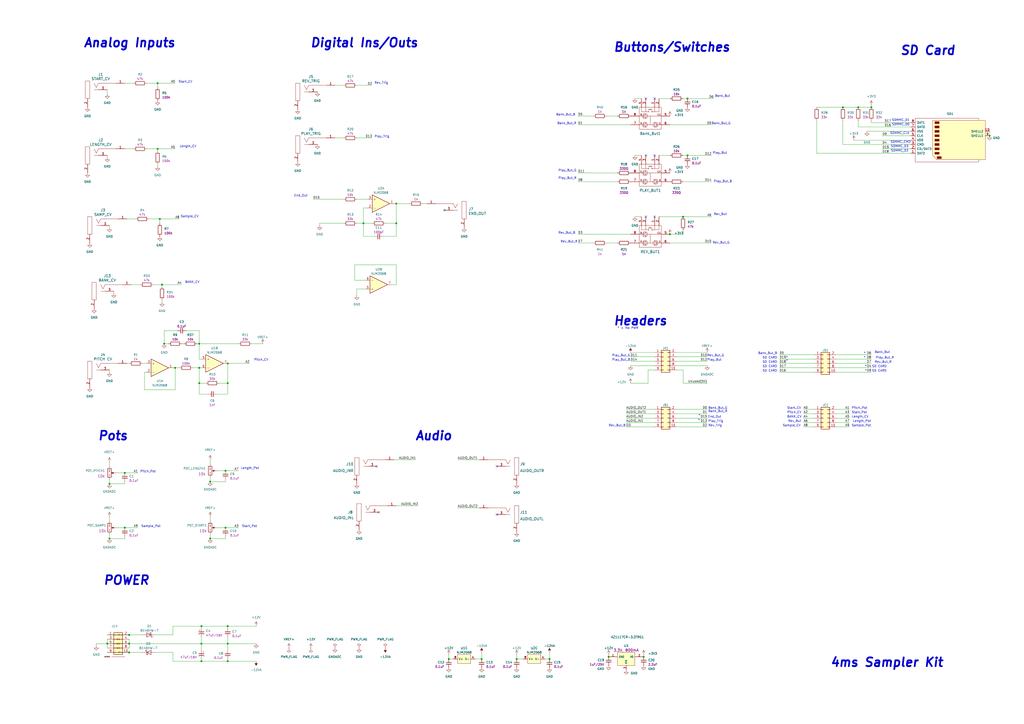
<source format=kicad_sch>
(kicad_sch (version 20230121) (generator eeschema)
  (paper "A2")
  (junction (at 116.84 373.38))
  (junction (at 121.92 279.4))
  (junction (at 63.5 280.67))
  (junction (at 92.71 127))
  (junction (at 388.62 135.89))
  (junction (at 91.44 86.36))
  (junction (at 229.87 118.11))
  (junction (at 398.78 90.17))
  (junction (at 115.57 199.39))
  (junction (at 210.82 129.54))
  (junction (at 488.95 62.23))
  (junction (at 74.93 378.46))
  (junction (at 353.06 381))
  (junction (at 63.5 312.42))
  (junction (at 74.93 373.38))
  (junction (at 116.84 363.22))
  (junction (at 93.98 165.1))
  (junction (at 62.23 373.38))
  (junction (at 373.38 381))
  (junction (at 130.81 273.05))
  (junction (at 72.39 306.07))
  (junction (at 396.24 125.73))
  (junction (at 132.08 210.82))
  (junction (at 299.72 382.27))
  (junction (at 132.08 373.38))
  (junction (at 121.92 312.42))
  (junction (at 574.04 78.74))
  (junction (at 132.08 222.25))
  (junction (at 130.81 306.07))
  (junction (at 279.4 382.27))
  (junction (at 260.35 382.27))
  (junction (at 318.77 382.27))
  (junction (at 91.44 48.26))
  (junction (at 132.08 383.54))
  (junction (at 115.57 222.25))
  (junction (at 132.08 363.22))
  (junction (at 101.6 213.36))
  (junction (at 72.39 274.32))
  (junction (at 74.93 368.3))
  (junction (at 497.84 62.23))
  (junction (at 116.84 383.54))
  (junction (at 229.87 129.54))
  (junction (at 95.25 199.39))
  (junction (at 505.46 62.23))
  (junction (at 115.57 213.36))
  (junction (at 398.78 57.15))
  (no_connect (at 288.29 270.51))
  (no_connect (at 374.65 57.15))
  (no_connect (at 379.73 90.17))
  (no_connect (at 218.44 270.51))
  (no_connect (at 379.73 57.15))
  (no_connect (at 257.81 121.92))
  (no_connect (at 379.73 125.73))
  (no_connect (at 288.29 298.45))
  (no_connect (at 374.65 125.73))
  (no_connect (at 374.65 90.17))
  (no_connect (at 219.71 297.18))
  (wire (pts (xy 132.08 373.38) (xy 132.08 377.19)))
  (wire (pts (xy 368.3 57.15) (xy 372.11 57.15)))
  (wire (pts (xy 72.39 86.36) (xy 77.47 86.36)))
  (wire (pts (xy 63.5 270.51) (xy 63.5 267.97)))
  (wire (pts (xy 72.39 312.42) (xy 72.39 311.15)))
  (wire (pts (xy 132.08 228.6) (xy 125.73 228.6)))
  (wire (pts (xy 265.43 294.64) (xy 278.13 294.64)))
  (wire (pts (xy 344.17 140.97) (xy 335.28 140.97)))
  (wire (pts (xy 485.14 215.9) (xy 505.46 215.9)))
  (wire (pts (xy 132.08 373.38) (xy 148.59 373.38)))
  (wire (pts (xy 90.17 378.46) (xy 100.33 378.46)))
  (wire (pts (xy 279.4 378.46) (xy 279.4 382.27)))
  (wire (pts (xy 241.3 266.7) (xy 228.6 266.7)))
  (wire (pts (xy 67.31 274.32) (xy 72.39 274.32)))
  (wire (pts (xy 388.62 135.89) (xy 396.24 135.89)))
  (wire (pts (xy 223.52 129.54) (xy 229.87 129.54)))
  (wire (pts (xy 485.14 245.11) (xy 492.76 245.11)))
  (wire (pts (xy 485.14 240.03) (xy 492.76 240.03)))
  (wire (pts (xy 452.12 215.9) (xy 472.44 215.9)))
  (wire (pts (xy 63.5 299.72) (xy 63.5 302.26)))
  (wire (pts (xy 73.66 210.82) (xy 74.93 210.82)))
  (wire (pts (xy 392.43 247.65) (xy 410.21 247.65)))
  (wire (pts (xy 488.95 83.82) (xy 488.95 69.85)))
  (wire (pts (xy 392.43 242.57) (xy 410.21 242.57)))
  (wire (pts (xy 452.12 210.82) (xy 472.44 210.82)))
  (wire (pts (xy 82.55 210.82) (xy 85.09 210.82)))
  (wire (pts (xy 93.98 165.1) (xy 93.98 166.37)))
  (wire (pts (xy 115.57 222.25) (xy 115.57 228.6)))
  (wire (pts (xy 116.84 373.38) (xy 116.84 377.19)))
  (wire (pts (xy 396.24 222.25) (xy 410.21 222.25)))
  (wire (pts (xy 132.08 222.25) (xy 132.08 228.6)))
  (wire (pts (xy 88.9 165.1) (xy 93.98 165.1)))
  (wire (pts (xy 388.62 72.39) (xy 412.75 72.39)))
  (wire (pts (xy 207.01 167.64) (xy 207.01 171.45)))
  (wire (pts (xy 392.43 212.09) (xy 410.21 212.09)))
  (wire (pts (xy 365.76 209.55) (xy 379.73 209.55)))
  (wire (pts (xy 375.92 214.63) (xy 379.73 214.63)))
  (wire (pts (xy 125.73 273.05) (xy 130.81 273.05)))
  (wire (pts (xy 132.08 383.54) (xy 148.59 383.54)))
  (wire (pts (xy 115.57 199.39) (xy 115.57 208.28)))
  (wire (pts (xy 505.46 71.12) (xy 505.46 69.85)))
  (wire (pts (xy 76.2 165.1) (xy 81.28 165.1)))
  (wire (pts (xy 72.39 280.67) (xy 72.39 279.4)))
  (wire (pts (xy 111.76 213.36) (xy 115.57 213.36)))
  (wire (pts (xy 63.5 309.88) (xy 63.5 312.42)))
  (wire (pts (xy 392.43 237.49) (xy 410.21 237.49)))
  (wire (pts (xy 485.14 247.65) (xy 492.76 247.65)))
  (wire (pts (xy 83.82 226.06) (xy 101.6 226.06)))
  (wire (pts (xy 392.43 240.03) (xy 410.21 240.03)))
  (wire (pts (xy 63.5 214.63) (xy 63.5 215.9)))
  (wire (pts (xy 130.81 279.4) (xy 130.81 278.13)))
  (wire (pts (xy 121.92 309.88) (xy 121.92 312.42)))
  (wire (pts (xy 62.23 90.17) (xy 62.23 91.44)))
  (wire (pts (xy 92.71 127) (xy 92.71 129.54)))
  (wire (pts (xy 229.87 118.11) (xy 229.87 129.54)))
  (wire (pts (xy 528.32 76.2) (xy 502.92 76.2)))
  (wire (pts (xy 63.5 312.42) (xy 72.39 312.42)))
  (wire (pts (xy 67.31 306.07) (xy 72.39 306.07)))
  (wire (pts (xy 205.74 162.56) (xy 205.74 153.67)))
  (wire (pts (xy 382.27 125.73) (xy 396.24 125.73)))
  (wire (pts (xy 194.31 80.01) (xy 199.39 80.01)))
  (wire (pts (xy 66.04 168.91) (xy 66.04 170.18)))
  (wire (pts (xy 115.57 191.77) (xy 115.57 199.39)))
  (wire (pts (xy 132.08 210.82) (xy 132.08 222.25)))
  (wire (pts (xy 86.36 127) (xy 92.71 127)))
  (wire (pts (xy 368.3 125.73) (xy 372.11 125.73)))
  (wire (pts (xy 210.82 137.16) (xy 210.82 129.54)))
  (wire (pts (xy 217.17 137.16) (xy 210.82 137.16)))
  (wire (pts (xy 452.12 208.28) (xy 472.44 208.28)))
  (wire (pts (xy 74.93 373.38) (xy 116.84 373.38)))
  (wire (pts (xy 121.92 279.4) (xy 130.81 279.4)))
  (wire (pts (xy 335.28 67.31) (xy 344.17 67.31)))
  (wire (pts (xy 115.57 213.36) (xy 115.57 222.25)))
  (wire (pts (xy 115.57 208.28) (xy 116.84 208.28)))
  (wire (pts (xy 392.43 207.01) (xy 410.21 207.01)))
  (wire (pts (xy 95.25 199.39) (xy 97.79 199.39)))
  (wire (pts (xy 91.44 86.36) (xy 91.44 87.63)))
  (wire (pts (xy 452.12 205.74) (xy 472.44 205.74)))
  (wire (pts (xy 116.84 364.49) (xy 116.84 363.22)))
  (wire (pts (xy 335.28 135.89) (xy 365.76 135.89)))
  (wire (pts (xy 100.33 368.3) (xy 100.33 363.22)))
  (wire (pts (xy 398.78 57.15) (xy 414.02 57.15)))
  (wire (pts (xy 485.14 205.74) (xy 505.46 205.74)))
  (wire (pts (xy 130.81 306.07) (xy 138.43 306.07)))
  (wire (pts (xy 497.84 73.66) (xy 497.84 69.85)))
  (wire (pts (xy 396.24 214.63) (xy 396.24 222.25)))
  (wire (pts (xy 505.46 62.23) (xy 505.46 60.96)))
  (wire (pts (xy 72.39 306.07) (xy 80.01 306.07)))
  (wire (pts (xy 74.93 370.84) (xy 74.93 373.38)))
  (wire (pts (xy 392.43 245.11) (xy 410.21 245.11)))
  (wire (pts (xy 207.01 49.53) (xy 215.9 49.53)))
  (wire (pts (xy 210.82 129.54) (xy 215.9 129.54)))
  (wire (pts (xy 210.82 120.65) (xy 210.82 129.54)))
  (wire (pts (xy 316.23 382.27) (xy 318.77 382.27)))
  (wire (pts (xy 528.32 86.36) (xy 511.81 86.36)))
  (wire (pts (xy 146.05 199.39) (xy 152.4 199.39)))
  (wire (pts (xy 229.87 165.1) (xy 227.33 165.1)))
  (wire (pts (xy 229.87 118.11) (xy 237.49 118.11)))
  (wire (pts (xy 194.31 49.53) (xy 199.39 49.53)))
  (wire (pts (xy 365.76 204.47) (xy 379.73 204.47)))
  (wire (pts (xy 55.88 373.38) (xy 62.23 373.38)))
  (wire (pts (xy 363.22 242.57) (xy 379.73 242.57)))
  (wire (pts (xy 485.14 213.36) (xy 505.46 213.36)))
  (wire (pts (xy 363.22 247.65) (xy 379.73 247.65)))
  (wire (pts (xy 488.95 62.23) (xy 497.84 62.23)))
  (wire (pts (xy 91.44 86.36) (xy 101.6 86.36)))
  (wire (pts (xy 73.66 127) (xy 78.74 127)))
  (wire (pts (xy 115.57 228.6) (xy 120.65 228.6)))
  (wire (pts (xy 121.92 269.24) (xy 121.92 266.7)))
  (wire (pts (xy 95.25 191.77) (xy 95.25 199.39)))
  (wire (pts (xy 205.74 153.67) (xy 229.87 153.67)))
  (wire (pts (xy 85.09 215.9) (xy 83.82 215.9)))
  (wire (pts (xy 335.28 72.39) (xy 365.76 72.39)))
  (wire (pts (xy 245.11 118.11) (xy 247.65 118.11)))
  (wire (pts (xy 396.24 125.73) (xy 412.75 125.73)))
  (wire (pts (xy 185.42 129.54) (xy 199.39 129.54)))
  (wire (pts (xy 396.24 133.35) (xy 396.24 135.89)))
  (wire (pts (xy 93.98 173.99) (xy 93.98 175.26)))
  (wire (pts (xy 242.57 293.37) (xy 229.87 293.37)))
  (wire (pts (xy 528.32 71.12) (xy 505.46 71.12)))
  (wire (pts (xy 100.33 363.22) (xy 116.84 363.22)))
  (wire (pts (xy 74.93 368.3) (xy 82.55 368.3)))
  (wire (pts (xy 72.39 48.26) (xy 77.47 48.26)))
  (wire (pts (xy 358.14 140.97) (xy 351.79 140.97)))
  (wire (pts (xy 62.23 368.3) (xy 74.93 368.3)))
  (wire (pts (xy 466.09 242.57) (xy 472.44 242.57)))
  (wire (pts (xy 91.44 48.26) (xy 91.44 50.8)))
  (wire (pts (xy 396.24 90.17) (xy 398.78 90.17)))
  (wire (pts (xy 365.76 212.09) (xy 379.73 212.09)))
  (wire (pts (xy 100.33 378.46) (xy 100.33 383.54)))
  (wire (pts (xy 148.59 363.22) (xy 132.08 363.22)))
  (wire (pts (xy 95.25 191.77) (xy 102.87 191.77)))
  (wire (pts (xy 132.08 364.49) (xy 132.08 363.22)))
  (wire (pts (xy 485.14 208.28) (xy 505.46 208.28)))
  (wire (pts (xy 363.22 245.11) (xy 379.73 245.11)))
  (wire (pts (xy 528.32 83.82) (xy 488.95 83.82)))
  (wire (pts (xy 125.73 306.07) (xy 130.81 306.07)))
  (wire (pts (xy 63.5 130.81) (xy 63.5 132.08)))
  (wire (pts (xy 265.43 266.7) (xy 278.13 266.7)))
  (wire (pts (xy 528.32 81.28) (xy 495.3 81.28)))
  (wire (pts (xy 398.78 90.17) (xy 412.75 90.17)))
  (wire (pts (xy 100.33 213.36) (xy 101.6 213.36)))
  (wire (pts (xy 116.84 373.38) (xy 132.08 373.38)))
  (wire (pts (xy 228.6 118.11) (xy 229.87 118.11)))
  (wire (pts (xy 127 222.25) (xy 132.08 222.25)))
  (wire (pts (xy 115.57 213.36) (xy 116.84 213.36)))
  (wire (pts (xy 388.62 140.97) (xy 412.75 140.97)))
  (wire (pts (xy 410.21 209.55) (xy 392.43 209.55)))
  (wire (pts (xy 368.3 90.17) (xy 372.11 90.17)))
  (wire (pts (xy 365.76 207.01) (xy 379.73 207.01)))
  (wire (pts (xy 62.23 52.07) (xy 62.23 54.61)))
  (wire (pts (xy 229.87 153.67) (xy 229.87 165.1)))
  (wire (pts (xy 92.71 127) (xy 104.14 127)))
  (wire (pts (xy 130.81 312.42) (xy 130.81 311.15)))
  (wire (pts (xy 365.76 222.25) (xy 375.92 222.25)))
  (wire (pts (xy 121.92 312.42) (xy 130.81 312.42)))
  (wire (pts (xy 115.57 191.77) (xy 107.95 191.77)))
  (wire (pts (xy 528.32 73.66) (xy 497.84 73.66)))
  (wire (pts (xy 116.84 383.54) (xy 132.08 383.54)))
  (wire (pts (xy 358.14 67.31) (xy 351.79 67.31)))
  (wire (pts (xy 473.71 62.23) (xy 488.95 62.23)))
  (wire (pts (xy 62.23 373.38) (xy 62.23 375.92)))
  (wire (pts (xy 213.36 120.65) (xy 210.82 120.65)))
  (wire (pts (xy 114.3 199.39) (xy 115.57 199.39)))
  (wire (pts (xy 116.84 382.27) (xy 116.84 383.54)))
  (wire (pts (xy 222.25 137.16) (xy 229.87 137.16)))
  (wire (pts (xy 181.61 115.57) (xy 199.39 115.57)))
  (wire (pts (xy 132.08 210.82) (xy 144.78 210.82)))
  (wire (pts (xy 83.82 215.9) (xy 83.82 226.06)))
  (wire (pts (xy 130.81 273.05) (xy 138.43 273.05)))
  (wire (pts (xy 382.27 57.15) (xy 388.62 57.15)))
  (wire (pts (xy 299.72 379.73) (xy 299.72 382.27)))
  (wire (pts (xy 74.93 373.38) (xy 74.93 375.92)))
  (wire (pts (xy 207.01 129.54) (xy 210.82 129.54)))
  (wire (pts (xy 466.09 237.49) (xy 472.44 237.49)))
  (wire (pts (xy 485.14 210.82) (xy 505.46 210.82)))
  (wire (pts (xy 121.92 299.72) (xy 121.92 302.26)))
  (wire (pts (xy 62.23 373.38) (xy 74.93 373.38)))
  (wire (pts (xy 116.84 369.57) (xy 116.84 373.38)))
  (wire (pts (xy 497.84 62.23) (xy 505.46 62.23)))
  (wire (pts (xy 466.09 245.11) (xy 472.44 245.11)))
  (wire (pts (xy 105.41 199.39) (xy 106.68 199.39)))
  (wire (pts (xy 101.6 226.06) (xy 101.6 213.36)))
  (wire (pts (xy 116.84 363.22) (xy 132.08 363.22)))
  (wire (pts (xy 90.17 368.3) (xy 100.33 368.3)))
  (wire (pts (xy 363.22 240.03) (xy 379.73 240.03)))
  (wire (pts (xy 373.38 379.73) (xy 373.38 381)))
  (wire (pts (xy 485.14 237.49) (xy 492.76 237.49)))
  (wire (pts (xy 318.77 378.46) (xy 318.77 382.27)))
  (wire (pts (xy 63.5 280.67) (xy 72.39 280.67)))
  (wire (pts (xy 353.06 379.73) (xy 353.06 381)))
  (wire (pts (xy 85.09 86.36) (xy 91.44 86.36)))
  (wire (pts (xy 207.01 80.01) (xy 215.9 80.01)))
  (wire (pts (xy 466.09 247.65) (xy 472.44 247.65)))
  (wire (pts (xy 100.33 383.54) (xy 116.84 383.54)))
  (wire (pts (xy 62.23 378.46) (xy 74.93 378.46)))
  (wire (pts (xy 85.09 48.26) (xy 91.44 48.26)))
  (wire (pts (xy 132.08 369.57) (xy 132.08 373.38)))
  (wire (pts (xy 212.09 167.64) (xy 207.01 167.64)))
  (wire (pts (xy 485.14 242.57) (xy 492.76 242.57)))
  (wire (pts (xy 72.39 274.32) (xy 80.01 274.32)))
  (wire (pts (xy 466.09 240.03) (xy 472.44 240.03)))
  (wire (pts (xy 91.44 95.25) (xy 91.44 96.52)))
  (wire (pts (xy 207.01 115.57) (xy 213.36 115.57)))
  (wire (pts (xy 121.92 276.86) (xy 121.92 279.4)))
  (wire (pts (xy 335.28 105.41) (xy 358.14 105.41)))
  (wire (pts (xy 101.6 213.36) (xy 104.14 213.36)))
  (wire (pts (xy 212.09 162.56) (xy 205.74 162.56)))
  (wire (pts (xy 382.27 90.17) (xy 388.62 90.17)))
  (wire (pts (xy 260.35 382.27) (xy 262.89 382.27)))
  (wire (pts (xy 375.92 222.25) (xy 375.92 214.63)))
  (wire (pts (xy 62.23 370.84) (xy 62.23 373.38)))
  (wire (pts (xy 299.72 382.27) (xy 303.53 382.27)))
  (wire (pts (xy 392.43 204.47) (xy 410.21 204.47)))
  (wire (pts (xy 74.93 378.46) (xy 82.55 378.46)))
  (wire (pts (xy 55.88 374.65) (xy 55.88 373.38)))
  (wire (pts (xy 132.08 382.27) (xy 132.08 383.54)))
  (wire (pts (xy 275.59 382.27) (xy 279.4 382.27)))
  (wire (pts (xy 335.28 100.33) (xy 358.14 100.33)))
  (wire (pts (xy 473.71 88.9) (xy 473.71 69.85)))
  (wire (pts (xy 363.22 237.49) (xy 379.73 237.49)))
  (wire (pts (xy 392.43 214.63) (xy 396.24 214.63)))
  (wire (pts (xy 574.04 78.74) (xy 574.04 76.2)))
  (wire (pts (xy 396.24 57.15) (xy 398.78 57.15)))
  (wire (pts (xy 115.57 222.25) (xy 119.38 222.25)))
  (wire (pts (xy 63.5 278.13) (xy 63.5 280.67)))
  (wire (pts (xy 115.57 199.39) (xy 138.43 199.39)))
  (wire (pts (xy 528.32 78.74) (xy 511.81 78.74)))
  (wire (pts (xy 260.35 379.73) (xy 260.35 382.27)))
  (wire (pts (xy 185.42 129.54) (xy 185.42 130.81)))
  (wire (pts (xy 452.12 213.36) (xy 472.44 213.36)))
  (wire (pts (xy 396.24 105.41) (xy 412.75 105.41)))
  (wire (pts (xy 528.32 88.9) (xy 473.71 88.9)))
  (wire (pts (xy 91.44 48.26) (xy 101.6 48.26)))
  (wire (pts (xy 93.98 165.1) (xy 105.41 165.1)))
  (wire (pts (xy 229.87 129.54) (xy 229.87 137.16)))
  (text "Rev_Trig" (at 217.17 48.895 0) (effects (font (size 1.27 1.27)) (justify left bottom)))
  (text "SD CARD" (at 514.35 213.36 0) (effects (font (size 1.27 1.27)) (justify right bottom)))
  (text "Play_But_B" (at 354.965 209.55 0) (effects (font (size 1.27 1.27)) (justify left bottom)))
  (text "Play_Trig" (at 217.17 80.01 0) (effects (font (size 1.27 1.27)) (justify left bottom)))
  (text "Rev_But_R" (at 325.12 140.97 0) (effects (font (size 1.27 1.27)) (justify left bottom)))
  (text "SD CARD" (at 450.85 213.36 0) (effects (font (size 1.27 1.27)) (justify right bottom)))
  (text "SDMMC_CMD" (at 528.32 83.185 0) (effects (font (size 1.27 1.27)) (justify right bottom)))
  (text "Play_But_B" (at 414.02 106.045 0) (effects (font (size 1.27 1.27)) (justify left bottom)))
  (text "Bank_But" (at 414.655 56.515 0) (effects (font (size 1.27 1.27)) (justify left bottom)))
  (text "Bank_But_R" (at 410.845 239.395 0) (effects (font (size 1.27 1.27)) (justify left bottom)))
  (text "Rev_But_B" (at 323.85 135.89 0) (effects (font (size 1.27 1.27)) (justify left bottom)))
  (text "Sample_Pot" (at 81.915 306.07 0) (effects (font (size 1.27 1.27)) (justify left bottom)))
  (text "Play_But_G" (at 323.85 99.695 0) (effects (font (size 1.27 1.27)) (justify left bottom)))
  (text "*" (at 501.015 208.28 0) (effects (font (size 1.27 1.27)) (justify left bottom)))
  (text "Bank_But_G" (at 412.75 72.39 0) (effects (font (size 1.27 1.27)) (justify left bottom)))
  (text "Length_CV" (at 494.03 242.57 0) (effects (font (size 1.27 1.27)) (justify left bottom)))
  (text "Rev_Trig" (at 410.845 247.65 0) (effects (font (size 1.27 1.27)) (justify left bottom)))
  (text "Headers" (at 355.6 189.23 0) (effects (font (size 5.08 5.08) (thickness 1.016) bold italic) (justify left bottom)))
  (text "Digital Ins/Outs" (at 179.705 27.94 0) (effects (font (size 5.08 5.08) (thickness 1.016) bold italic) (justify left bottom)))
  (text "Play_But_R" (at 508 208.28 0) (effects (font (size 1.27 1.27)) (justify left bottom)))
  (text "Rev_But_G" (at 413.385 141.605 0) (effects (font (size 1.27 1.27)) (justify left bottom)))
  (text "Bank_But_G" (at 410.845 237.49 0) (effects (font (size 1.27 1.27)) (justify left bottom)))
  (text "*" (at 405.13 241.935 0) (effects (font (size 1.27 1.27)) (justify left bottom)))
  (text "Start_Pot" (at 494.03 240.03 0) (effects (font (size 1.27 1.27)) (justify left bottom)))
  (text "Start_CV" (at 456.565 237.49 0) (effects (font (size 1.27 1.27)) (justify left bottom)))
  (text "Pitch_CV" (at 456.565 240.03 0) (effects (font (size 1.27 1.27)) (justify left bottom)))
  (text "SDMMC_D2" (at 527.05 88.265 0) (effects (font (size 1.27 1.27)) (justify right bottom)))
  (text "SDMMC_D0" (at 527.685 73.025 0) (effects (font (size 1.27 1.27)) (justify right bottom)))
  (text "Length_Pot" (at 494.665 245.11 0) (effects (font (size 1.27 1.27)) (justify left bottom)))
  (text "Play_But_R" (at 323.85 104.14 0) (effects (font (size 1.27 1.27)) (justify left bottom)))
  (text "Audio" (at 240.665 255.905 0) (effects (font (size 5.08 5.08) (thickness 1.016) bold italic) (justify left bottom)))
  (text "Rev_But" (at 414.02 125.095 0) (effects (font (size 1.27 1.27)) (justify left bottom)))
  (text "Analog Inputs" (at 48.26 27.94 0) (effects (font (size 5.08 5.08) (thickness 1.016) bold italic) (justify left bottom)))
  (text "SD Card" (at 521.97 32.385 0) (effects (font (size 5.08 5.08) (thickness 1.016) bold italic) (justify left bottom)))
  (text "Rev_But" (at 457.2 245.11 0) (effects (font (size 1.27 1.27)) (justify left bottom)))
  (text "*" (at 501.65 213.36 0) (effects (font (size 1.27 1.27)) (justify left bottom)))
  (text "SDMMC_D1" (at 527.685 70.485 0) (effects (font (size 1.27 1.27)) (justify right bottom)))
  (text "Buttons/Switches" (at 355.6 30.48 0) (effects (font (size 5.08 5.08) (thickness 1.016) bold italic) (justify left bottom)))
  (text "Pitch_Pot" (at 494.03 237.49 0) (effects (font (size 1.27 1.27)) (justify left bottom)))
  (text "Sample_Pot" (at 494.03 247.65 0) (effects (font (size 1.27 1.27)) (justify left bottom)))
  (text "Play_But" (at 410.21 209.55 0) (effects (font (size 1.27 1.27)) (justify left bottom)))
  (text "Start_Pot" (at 140.335 306.07 0) (effects (font (size 1.27 1.27)) (justify left bottom)))
  (text "*" (at 501.015 205.74 0) (effects (font (size 1.27 1.27)) (justify left bottom)))
  (text "Start_CV" (at 103.505 48.26 0) (effects (font (size 1.27 1.27)) (justify left bottom)))
  (text "Play_Trig" (at 410.845 245.11 0) (effects (font (size 1.27 1.27)) (justify left bottom)))
  (text "*" (at 455.93 208.28 0) (effects (font (size 1.27 1.27)) (justify left bottom)))
  (text "Rev_But_G" (at 410.21 207.01 0) (effects (font (size 1.27 1.27)) (justify left bottom)))
  (text "SD CARD" (at 514.35 215.9 0) (effects (font (size 1.27 1.27)) (justify right bottom)))
  (text "*" (at 455.93 210.185 0) (effects (font (size 1.27 1.27)) (justify left bottom)))
  (text "BANK_CV" (at 456.565 242.57 0) (effects (font (size 1.27 1.27)) (justify left bottom)))
  (text "Sample_CV" (at 104.775 126.365 0) (effects (font (size 1.27 1.27)) (justify left bottom)))
  (text "Bank_But_B" (at 322.58 67.31 0) (effects (font (size 1.27 1.27)) (justify left bottom)))
  (text "SD CARD" (at 450.85 208.28 0) (effects (font (size 1.27 1.27)) (justify right bottom)))
  (text "Play_But_G" (at 354.965 207.01 0) (effects (font (size 1.27 1.27)) (justify left bottom)))
  (text "Pitch_CV" (at 147.32 209.55 0) (effects (font (size 1.27 1.27)) (justify left bottom)))
  (text "*" (at 501.65 215.9 0) (effects (font (size 1.27 1.27)) (justify left bottom)))
  (text "Pots" (at 56.515 255.905 0) (effects (font (size 5.08 5.08) (thickness 1.016) bold italic) (justify left bottom)))
  (text "Rev_But_B" (at 353.06 247.65 0) (effects (font (size 1.27 1.27)) (justify left bottom)))
  (text "SDMMC_CLK" (at 527.685 78.105 0) (effects (font (size 1.27 1.27)) (justify right bottom)))
  (text "Rev_But_R" (at 507.365 210.82 0) (effects (font (size 1.27 1.27)) (justify left bottom)))
  (text "*" (at 404.8824 244.6801 0) (effects (font (size 1.27 1.27)) (justify left bottom)))
  (text "End_Out" (at 418.465 242.57 0) (effects (font (size 1.27 1.27)) (justify right bottom)))
  (text "4ms Sampler Kit" (at 481.33 387.35 0) (effects (font (size 5.08 5.08) (thickness 1.016) bold italic) (justify left bottom)))
  (text "Bank_But" (at 507.365 205.105 0) (effects (font (size 1.27 1.27)) (justify left bottom)))
  (text "* = No PWM" (at 358.14 191.135 0) (effects (font (size 1.27 1.27)) (justify left bottom)))
  (text "Pitch_Pot" (at 81.28 274.32 0) (effects (font (size 1.27 1.27)) (justify left bottom)))
  (text "SDMMC_D3" (at 527.05 85.725 0) (effects (font (size 1.27 1.27)) (justify right bottom)))
  (text "POWER" (at 59.69 339.725 0) (effects (font (size 5.08 5.08) (thickness 1.016) bold italic) (justify left bottom)))
  (text "End_Out" (at 178.435 114.3 0) (effects (font (size 1.27 1.27)) (justify right bottom)))
  (text "SD CARD" (at 450.85 210.82 0) (effects (font (size 1.27 1.27)) (justify right bottom)))
  (text "Bank_But_B" (at 450.85 205.74 0) (effects (font (size 1.27 1.27)) (justify right bottom)))
  (text "Length_Pot" (at 139.7 272.415 0) (effects (font (size 1.27 1.27)) (justify left bottom)))
  (text "Sample_CV" (at 454.025 247.65 0) (effects (font (size 1.27 1.27)) (justify left bottom)))
  (text "Play_But" (at 413.385 89.535 0) (effects (font (size 1.27 1.27)) (justify left bottom)))
  (text "Length_CV" (at 104.14 85.725 0) (effects (font (size 1.27 1.27)) (justify left bottom)))
  (text "SD CARD" (at 450.85 215.9 0) (effects (font (size 1.27 1.27)) (justify right bottom)))
  (text "Bank_But_R" (at 323.215 72.39 0) (effects (font (size 1.27 1.27)) (justify left bottom)))
  (text "BANK_CV" (at 107.315 164.465 0) (effects (font (size 1.27 1.27)) (justify left bottom)))
  (label "D17" (at 452.12 213.36 0))
  (label "D7" (at 505.46 210.82 180))
  (label "D14" (at 365.76 209.55 0))
  (label "D12" (at 410.21 209.55 180))
  (label "A5" (at 492.76 242.57 180))
  (label "A2" (at 144.78 210.82 180))
  (label "D19" (at 452.12 208.28 0))
  (label "D11" (at 335.28 100.33 0))
  (label "A4" (at 105.41 165.1 180))
  (label "A6" (at 466.09 245.11 0))
  (label "D18" (at 452.12 210.82 0))
  (label "D3" (at 335.28 135.89 0))
  (label "A1" (at 492.76 237.49 180))
  (label "D13" (at 410.21 245.11 180))
  (label "D10" (at 410.21 207.01 180))
  (label "A1" (at 80.01 274.32 180))
  (label "AUDIO_IN1" (at 363.22 245.11 0))
  (label "A8" (at 466.09 247.65 0))
  (label "D3" (at 363.22 247.65 0))
  (label "D10" (at 412.75 140.97 180))
  (label "A7" (at 138.43 273.05 180))
  (label "D15" (at 181.61 115.57 0))
  (label "D0" (at 412.75 72.39 180))
  (label "D18" (at 511.81 88.9 0))
  (label "D16" (at 513.08 73.66 0))
  (label "A0" (at 466.09 237.49 0))
  (label "D1" (at 335.28 72.39 0))
  (label "D2" (at 410.21 247.65 180))
  (label "AUDIO_IN1" (at 241.3 266.7 180))
  (label "D6" (at 505.46 205.74 180))
  (label "A3" (at 138.43 306.07 180))
  (label "D1" (at 410.21 240.03 180))
  (label "AUDIO_OUT1" (at 265.43 266.7 0))
  (label "D4" (at 505.46 213.36 180))
  (label "D0" (at 410.21 237.49 180))
  (label "A9" (at 80.01 306.07 180))
  (label "D2" (at 215.9 49.53 180))
  (label "D5" (at 335.28 67.31 0))
  (label "D6" (at 414.02 57.15 180))
  (label "AUDIO_OUT1" (at 363.22 240.03 0))
  (label "D14" (at 412.75 105.41 180))
  (label "D11" (at 365.76 207.01 0))
  (label "D5" (at 452.12 205.74 0))
  (label "A7" (at 492.76 245.11 180))
  (label "AUDIO_OUT2" (at 265.43 294.64 0))
  (label "A3" (at 492.76 240.03 180))
  (label "D19" (at 511.81 86.36 0))
  (label "A6" (at 412.75 125.73 180))
  (label "A4" (at 466.09 242.57 0))
  (label "D7" (at 335.28 140.97 0))
  (label "A9" (at 492.76 247.65 180))
  (label "A8" (at 104.14 127 180))
  (label "D12" (at 412.75 90.17 180))
  (label "D4" (at 511.81 83.82 0))
  (label "D9" (at 511.81 78.74 0))
  (label "Unused(5V)" (at 410.21 222.25 180))
  (label "D17" (at 513.08 71.12 0))
  (label "D16" (at 452.12 215.9 0))
  (label "AUDIO_IN2" (at 363.22 242.57 0))
  (label "A5" (at 101.6 86.36 180))
  (label "AUDIO_OUT2" (at 363.22 237.49 0))
  (label "A0" (at 101.6 48.26 180))
  (label "A2" (at 466.09 240.03 0))
  (label "D13" (at 215.9 80.01 180))
  (label "AUDIO_IN2" (at 242.57 293.37 180))
  (label "D8" (at 335.28 105.41 0))
  (label "D8" (at 505.46 208.28 180))
  (label "D9" (at 505.46 215.9 180))
  (label "D15" (at 410.21 242.57 180))
  (symbol (lib_id "4ms_Power-symbol:GND") (at 368.3 57.15 0) (unit 1)
    (property "Reference" "#PWR049" (effects hide))
    (property "Value" "GND" (at 368.3 62.23 0))
  )
  (symbol (lib_id "power:GND") (at 208.28 375.92 0) (unit 1)
    (property "Reference" "#PWR036" (effects hide))
    (property "Value" "GND" (at 208.28 381 0))
  )
  (symbol (lib_id "4ms_Capacitor:0.1uF_0603_16V") (at 72.39 276.86 0) (unit 1)
    (property "Reference" "C1" (at 74.93 276.2313 0) (effects (justify left)))
    (property "Value" "0.1uF_0603_16V" (effects hide))
    (property "Footprint" "4ms_Capacitor:C_0603" (effects hide))
    (property "Display" "0.1uF" (at 74.93 278.7713 0) (effects (justify left)))
    (property "Specifications" "0.1uF, Min. 16V 10%, X7R or X5R or similar" (effects hide))
    (property "Manufacturer" "AVX Corporation" (effects hide))
    (property "Part Number" "0603YC104KAT2A" (effects hide))
    (property "JLCPCB ID" "C14663" (effects hide))
  )
  (symbol (lib_id "4ms_Resistor_0603:10k_0603") (at 101.6 199.39 90) (unit 1)
    (property "Reference" "R9" (at 101.6 194.31 90))
    (property "Value" "10k_0603" (effects hide))
    (property "Footprint" "4ms_Resistor:R_0603" (effects hide))
    (property "Specifications" "10k, 1%, 1/10W, 0603" (effects hide))
    (property "Manufacturer" "Yageo" (effects hide))
    (property "Part Number" "RC0603FR-0710KL" (effects hide))
    (property "Display" "10k" (at 101.6 196.85 90))
    (property "JLCPCB ID" "C98220" (effects hide))
  )
  (symbol (lib_id "4ms_Power-symbol:+3.3V") (at 373.38 379.73 0) (unit 1)
    (property "Reference" "#PWR0102" (effects hide))
    (property "Value" "+3.3V" (at 375.92 379.095 0) (effects (justify left)))
  )
  (symbol (lib_id "4ms_Resistor_0603:47k_0603") (at 81.28 48.26 90) (unit 1)
    (property "Reference" "R2" (at 81.28 43.18 90))
    (property "Value" "47k_0603" (effects hide))
    (property "Footprint" "4ms_Resistor:R_0603" (effects hide))
    (property "Specifications" "47k, 1%, 1/10W, 0603" (effects hide))
    (property "Manufacturer" "Yageo" (effects hide))
    (property "Part Number" "RC0603FR-0747KL" (effects hide))
    (property "Display" "47k" (at 81.28 45.72 90))
    (property "JLCPCB ID" "C105579" (effects hide))
  )
  (symbol (lib_id "4ms_Resistor_0603:33k_0603") (at 142.24 199.39 90) (unit 1)
    (property "Reference" "R11" (at 142.24 194.31 90))
    (property "Value" "33k_0603" (effects hide))
    (property "Footprint" "4ms_Resistor:R_0603" (effects hide))
    (property "Specifications" "33k, 1%, 1/10W, 0603" (effects hide))
    (property "Manufacturer" "Yageo" (effects hide))
    (property "Part Number" "RC0603FR-0733KL" (effects hide))
    (property "Display" "33k" (at 142.24 196.85 90))
    (property "JLCPCB ID" "C126359" (effects hide))
  )
  (symbol (lib_id "4ms_Power-symbol:GNDADC") (at 194.31 375.92 0) (unit 1)
    (property "Reference" "#PWR032" (effects hide))
    (property "Value" "GNDADC" (at 194.31 381 0))
  )
  (symbol (lib_id "4ms_Power-symbol:GND") (at 184.15 83.82 0) (unit 1)
    (property "Reference" "#PWR031" (effects hide))
    (property "Value" "GND" (at 184.15 88.9 0))
  )
  (symbol (lib_id "4ms_Resistor_0603:1k_0603") (at 241.3 118.11 90) (unit 1)
    (property "Reference" "R15" (at 241.3 113.03 90))
    (property "Value" "1k_0603" (effects hide))
    (property "Footprint" "4ms_Resistor:R_0603" (effects hide))
    (property "Specifications" "1k, 1%, 1/10W, 0603" (effects hide))
    (property "Manufacturer" "Yageo" (effects hide))
    (property "Part Number" "RC0603FR-071KL" (effects hide))
    (property "Display" "1k" (at 241.3 115.57 90))
    (property "JLCPCB ID" "C22548" (effects hide))
  )
  (symbol (lib_id "4ms_Power-symbol:GNDADC") (at 63.5 280.67 0) (unit 1)
    (property "Reference" "#PWR011" (effects hide))
    (property "Value" "GNDADC" (at 63.5 285.115 0))
  )
  (symbol (lib_id "4ms_Resistor_0603:47k_0603") (at 203.2 49.53 90) (unit 1)
    (property "Reference" "R17" (at 203.2 44.45 90))
    (property "Value" "47k_0603" (effects hide))
    (property "Footprint" "4ms_Resistor:R_0603" (effects hide))
    (property "Specifications" "47k, 1%, 1/10W, 0603" (effects hide))
    (property "Manufacturer" "Yageo" (effects hide))
    (property "Part Number" "RC0603FR-0747KL" (effects hide))
    (property "Display" "47k" (at 203.2 46.99 90))
    (property "JLCPCB ID" "C105579" (effects hide))
  )
  (symbol (lib_id "4ms_Capacitor:0.1uF_0603_16V") (at 130.81 308.61 0) (unit 1)
    (property "Reference" "C10" (at 133.35 307.9813 0) (effects (justify left)))
    (property "Value" "0.1uF_0603_16V" (effects hide))
    (property "Footprint" "4ms_Capacitor:C_0603" (effects hide))
    (property "Display" "0.1uF" (at 133.35 310.5213 0) (effects (justify left)))
    (property "Specifications" "0.1uF, Min. 16V 10%, X7R or X5R or similar" (effects hide))
    (property "Manufacturer" "AVX Corporation" (effects hide))
    (property "Part Number" "0603YC104KAT2A" (effects hide))
    (property "JLCPCB ID" "C14663" (effects hide))
  )
  (symbol (lib_id "4ms_Power-symbol:GNDADC") (at 121.92 312.42 0) (unit 1)
    (property "Reference" "#PWR021" (effects hide))
    (property "Value" "GNDADC" (at 121.92 317.5 0))
  )
  (symbol (lib_id "4ms_Power-symbol:GND") (at 184.15 53.34 0) (unit 1)
    (property "Reference" "#PWR030" (effects hide))
    (property "Value" "GND" (at 184.15 58.42 0))
  )
  (symbol (lib_id "4ms_Power-symbol:GND") (at 50.8 100.33 0) (unit 1)
    (property "Reference" "#PWR02" (effects hide))
    (property "Value" "GND" (at 50.8 105.41 0))
  )
  (symbol (lib_id "4ms_Power-symbol:+12V") (at 148.59 363.22 0) (unit 1)
    (property "Reference" "#PWR023" (effects hide))
    (property "Value" "+12V" (at 148.59 358.14 0))
  )
  (symbol (lib_id "4ms_Resistor_0603:47k_0603") (at 81.28 86.36 90) (unit 1)
    (property "Reference" "R3" (at 81.28 81.28 90))
    (property "Value" "47k_0603" (effects hide))
    (property "Footprint" "4ms_Resistor:R_0603" (effects hide))
    (property "Specifications" "47k, 1%, 1/10W, 0603" (effects hide))
    (property "Manufacturer" "Yageo" (effects hide))
    (property "Part Number" "RC0603FR-0747KL" (effects hide))
    (property "Display" "47k" (at 81.28 83.82 90))
    (property "JLCPCB ID" "C105579" (effects hide))
  )
  (symbol (lib_id "4ms_Resistor_0603:33k_0603") (at 203.2 129.54 90) (unit 1)
    (property "Reference" "R13" (at 203.2 124.46 90))
    (property "Value" "33k_0603" (effects hide))
    (property "Footprint" "4ms_Resistor:R_0603" (effects hide))
    (property "Specifications" "33k, 1%, 1/10W, 0603" (effects hide))
    (property "Manufacturer" "Yageo" (effects hide))
    (property "Part Number" "RC0603FR-0733KL" (effects hide))
    (property "Display" "33k" (at 203.2 127 90))
    (property "JLCPCB ID" "C126359" (effects hide))
  )
  (symbol (lib_id "4ms_Resistor_0603:10k_0603") (at 110.49 199.39 90) (unit 1)
    (property "Reference" "R37" (at 110.49 194.31 90))
    (property "Value" "10k_0603" (effects hide))
    (property "Footprint" "4ms_Resistor:R_0603" (effects hide))
    (property "Specifications" "10k, 1%, 1/10W, 0603" (effects hide))
    (property "Manufacturer" "Yageo" (effects hide))
    (property "Part Number" "RC0603FR-0710KL" (effects hide))
    (property "Display" "10k" (at 110.49 196.85 90))
    (property "JLCPCB ID" "C98220" (effects hide))
  )
  (symbol (lib_id "power:GND") (at 269.24 132.08 0) (unit 1)
    (property "Reference" "#PWR040" (effects hide))
    (property "Value" "GND" (at 269.24 137.16 0))
  )
  (symbol (lib_id "4ms_Power-symbol:GND") (at 91.44 58.42 0) (unit 1)
    (property "Reference" "#PWR014" (effects hide))
    (property "Value" "GND" (at 91.44 63.5 0))
  )
  (symbol (lib_id "4ms_Capacitor:0.1uF_0603_16V") (at 318.77 384.81 0) (unit 1)
    (property "Reference" "C15" (at 321.31 384.1813 0) (effects (justify left)))
    (property "Value" "0.1uF_0603_16V" (effects hide))
    (property "Footprint" "4ms_Capacitor:C_0603" (effects hide))
    (property "Display" "0.1uF" (at 321.31 386.7213 0) (effects (justify left)))
    (property "Specifications" "0.1uF, Min. 16V 10%, X7R or X5R or similar" (effects hide))
    (property "Manufacturer" "AVX Corporation" (effects hide))
    (property "Part Number" "0603YC104KAT2A" (effects hide))
    (property "JLCPCB ID" "C14663" (effects hide))
  )
  (symbol (lib_id "4ms_Power-symbol:GND") (at 279.4 387.35 0) (unit 1)
    (property "Reference" "#PWR042" (effects hide))
    (property "Value" "GND" (at 279.4 392.43 0))
  )
  (symbol (lib_id "4ms_Power-symbol:GND") (at 398.78 95.25 0) (unit 1)
    (property "Reference" "#PWR059" (effects hide))
    (property "Value" "GND" (at 396.24 97.155 0) (effects (justify right)))
  )
  (symbol (lib_id "power:GND") (at 365.76 212.09 0) (unit 1)
    (property "Reference" "#PWR053" (effects hide))
    (property "Value" "GND" (at 365.76 217.17 0))
  )
  (symbol (lib_id "4ms_Power-symbol:GND") (at 95.25 199.39 0) (unit 1)
    (property "Reference" "#PWR017" (effects hide))
    (property "Value" "GND" (at 95.25 204.47 0))
  )
  (symbol (lib_id "4ms_Connector:Socket_02x05_TH") (at 478.79 207.01 0) (unit 1)
    (property "Reference" "JD1" (at 478.79 203.2 0))
    (property "Value" "Socket_02x05_TH" (effects hide))
    (property "Footprint" "4ms_Connector:Socket_2x05_2.54mm_TH" (effects hide))
    (property "Specifications" "HEADER 2x5 FEMALE PINS 0.100” 180deg" (effects hide))
  )
  (symbol (lib_id "4ms_Power-symbol:GND") (at 299.72 280.67 0) (unit 1)
    (property "Reference" "#PWR035" (effects hide))
    (property "Value" "GND" (at 299.72 285.75 0))
  )
  (symbol (lib_id "4ms_Capacitor:0.1uF_0603_16V") (at 279.4 384.81 0) (unit 1)
    (property "Reference" "C13" (at 281.94 384.1813 0) (effects (justify left)))
    (property "Value" "0.1uF_0603_16V" (effects hide))
    (property "Footprint" "4ms_Capacitor:C_0603" (effects hide))
    (property "Display" "0.1uF" (at 281.94 386.7213 0) (effects (justify left)))
    (property "Specifications" "0.1uF, Min. 16V 10%, X7R or X5R or similar" (effects hide))
    (property "Manufacturer" "AVX Corporation" (effects hide))
    (property "Part Number" "0603YC104KAT2A" (effects hide))
    (property "JLCPCB ID" "C14663" (effects hide))
  )
  (symbol (lib_id "4ms_Power-symbol:VREF+") (at 63.5 267.97 0) (unit 1)
    (property "Reference" "#PWR010" (effects hide))
    (property "Value" "VREF+" (at 63.5 262.255 0))
  )
  (symbol (lib_id "4ms_Power-symbol:GND") (at 172.72 63.5 0) (unit 1)
    (property "Reference" "#PWR027" (effects hide))
    (property "Value" "GND" (at 172.72 68.58 0))
  )
  (symbol (lib_id "4ms_Resistor_0603:100k_0603") (at 92.71 133.35 180) (unit 1)
    (property "Reference" "R7" (at 95.25 132.715 0) (effects (justify right)))
    (property "Value" "100k_0603" (effects hide))
    (property "Footprint" "4ms_Resistor:R_0603" (effects hide))
    (property "Specifications" "100k, 1%, 1/10W, 0603" (effects hide))
    (property "Manufacturer" "Yageo" (effects hide))
    (property "Part Number" "RC0603FR-07100KL" (effects hide))
    (property "Display" "100k" (at 95.25 135.255 0) (effects (justify right)))
    (property "JLCPCB ID" "C14675" (effects hide))
  )
  (symbol (lib_id "4ms_Resistor_0603:33k_0603") (at 497.84 66.04 0) (unit 1)
    (property "Reference" "R31" (at 500.38 65.405 0) (effects (justify left)))
    (property "Value" "33k_0603" (effects hide))
    (property "Footprint" "4ms_Resistor:R_0603" (effects hide))
    (property "Specifications" "33k, 1%, 1/10W, 0603" (effects hide))
    (property "Manufacturer" "Yageo" (effects hide))
    (property "Part Number" "RC0603FR-0733KL" (effects hide))
    (property "Display" "33k" (at 500.38 67.945 0) (effects (justify left)))
    (property "JLCPCB ID" "C126359" (effects hide))
  )
  (symbol (lib_id "4ms_Power-symbol:+3.3V") (at 388.62 135.89 0) (unit 1)
    (property "Reference" "#PWR057" (effects hide))
    (property "Value" "+3.3V" (at 391.16 135.255 0) (effects (justify left)))
  )
  (symbol (lib_id "4ms_Power-symbol:+12V") (at 365.76 222.25 0) (unit 1)
    (property "Reference" "#PWR054" (effects hide))
    (property "Value" "+12V" (at 363.22 221.615 0) (effects (justify right)))
  )
  (symbol (lib_id "4ms_Power-symbol:PWR_FLAG") (at 167.64 375.92 180) (unit 1)
    (property "Reference" "#FLG01" (effects hide))
    (property "Value" "PWR_FLAG" (at 167.64 381 0))
  )
  (symbol (lib_id "4ms_Resistor_0603:47k_0603") (at 219.71 129.54 90) (unit 1)
    (property "Reference" "R14" (at 219.71 124.46 90))
    (property "Value" "47k_0603" (effects hide))
    (property "Footprint" "4ms_Resistor:R_0603" (effects hide))
    (property "Specifications" "47k, 1%, 1/10W, 0603" (effects hide))
    (property "Manufacturer" "Yageo" (effects hide))
    (property "Part Number" "RC0603FR-0747KL" (effects hide))
    (property "Display" "47k" (at 219.71 127 90))
    (property "JLCPCB ID" "C105579" (effects hide))
  )
  (symbol (lib_id "4ms_Connector:Socket_02x05_TH") (at 478.79 238.76 0) (unit 1)
    (property "Reference" "JC1" (at 478.79 234.95 0))
    (property "Value" "Socket_02x05_TH" (effects hide))
    (property "Footprint" "4ms_Connector:Socket_2x05_2.54mm_TH" (effects hide))
    (property "Specifications" "HEADER 2x5 FEMALE PINS 0.100” 180deg" (effects hide))
  )
  (symbol (lib_id "4ms_Capacitor:0.1uF_0603_16V") (at 132.08 379.73 0) (mirror x) (unit 1)
    (property "Reference" "C8" (at 129.54 379.0886 0) (effects (justify right)))
    (property "Value" "0.1uF_0603_16V" (effects hide))
    (property "Footprint" "4ms_Capacitor:C_0603" (effects hide))
    (property "Display" "0.1uF" (at 129.54 381.6286 0) (effects (justify right)))
    (property "Specifications" "0.1uF, Min. 16V 10%, X7R or X5R or similar" (effects hide))
    (property "Manufacturer" "AVX Corporation" (effects hide))
    (property "Part Number" "0603YC104KAT2A" (effects hide))
    (property "JLCPCB ID" "C14663" (effects hide))
  )
  (symbol (lib_id "4ms_Jack:3.5mm_Mono_Switched") (at 57.15 214.63 0) (unit 1)
    (property "Reference" "J4" (at 59.69 205.74 0) (effects (font (size 1.524 1.524))))
    (property "Value" "PITCH CV" (at 59.69 208.28 0) (effects (font (size 1.524 1.524))))
    (property "Footprint" "4ms_Jack:EighthInch_PJ398SM" (effects hide))
    (property "Specifications" "Audio 3.5mm Jack, mono, switched, PC-pin Vertical" (effects hide))
    (property "Manufacturer" "Wenzhou QingPu Electronics Co" (effects hide))
    (property "Part Number" "WQP-WQP518MA" (effects hide))
  )
  (symbol (lib_id "4ms_IC:NJM2068") (at 269.24 382.27 90) (unit 3)
    (property "Reference" "U1" (at 269.24 375.92 90))
    (property "Value" "NJM2068" (at 269.24 378.46 90))
    (property "Footprint" "4ms_Package_SSOP:TSSOP-8_4.4x3mm_Pitch0.65mm" (effects hide))
    (property "Specifications" "NJM2068 Dual Opamp" (effects hide))
    (property "Manufacturer" "NJR" (effects hide))
    (property "Part Number" "NJM2068V-TE1" (effects hide))
  )
  (symbol (lib_name "Button_SPST_RGB_5.4mmCap_1") (lib_id "4ms_Switch:Button_SPST_RGB_5.4mmCap") (at 377.19 68.58 0) (unit 1)
    (property "Reference" "Bank_But1" (at 377.19 77.47 0) (effects (font (size 1.524 1.524))))
    (property "Value" "Button_SPST_RGB_5.4mmCap" (effects hide))
    (property "Footprint" "4ms_Switch:Button_RgbLED_SPST_TC002" (effects hide))
    (property "Specifications" "SPST button with RGB LED, 5.4mm diffused cap" (effects hide))
    (property "Manufacturer" "Well Buying" (effects hide))
    (property "Part Number" "TC002-N11AS2XWT-RGB" (effects hide))
  )
  (symbol (lib_id "4ms_Resistor_0603:1k_0603") (at 78.74 210.82 90) (unit 1)
    (property "Reference" "R1" (at 78.74 205.74 90))
    (property "Value" "1k_0603" (effects hide))
    (property "Footprint" "4ms_Resistor:R_0603" (effects hide))
    (property "Specifications" "1k, 1%, 1/10W, 0603" (effects hide))
    (property "Manufacturer" "Yageo" (effects hide))
    (property "Part Number" "RC0603FR-071KL" (effects hide))
    (property "Display" "1k" (at 78.74 208.28 90))
    (property "JLCPCB ID" "C22548" (effects hide))
  )
  (symbol (lib_id "4ms_Resistor_0603:1k_0603") (at 361.95 140.97 90) (unit 1)
    (property "Reference" "R21" (at 361.95 144.78 90))
    (property "Value" "1k_0603" (effects hide))
    (property "Footprint" "4ms_Resistor:R_0603" (effects hide))
    (property "Specifications" "1k, 1%, 1/10W, 0603" (effects hide))
    (property "Manufacturer" "Yageo" (effects hide))
    (property "Part Number" "RC0603FR-071KL" (effects hide))
    (property "Display" "1k" (at 361.95 147.32 90))
    (property "JLCPCB ID" "C22548" (effects hide))
  )
  (symbol (lib_id "4ms_Switch:Button_SPST_RGB_7mmCap") (at 377.19 101.6 0) (unit 1)
    (property "Reference" "PLAY_BUT1" (at 377.19 110.49 0) (effects (font (size 1.524 1.524))))
    (property "Value" "Button_SPST_RGB_7mmCap" (effects hide))
    (property "Footprint" "4ms_Switch:Button_RgbLED_SPST_PB615303HL-7mm" (effects hide))
    (property "Specifications" "SPST button with RGB LED, 7mm diffused cap" (effects hide))
    (property "Manufacturer" "Run Run Enterprises" (effects hide))
    (property "Part Number" "PB615303HL-7" (effects hide))
  )
  (symbol (lib_id "4ms_Jack:3.5mm_Mono_Switched") (at 294.64 270.51 0) (mirror y) (unit 1)
    (property "Reference" "J9" (at 301.625 269.24 0) (effects (font (size 1.524 1.524)) (justify right)))
    (property "Value" "AUIDO_OUTR" (at 301.625 273.05 0) (effects (font (size 1.524 1.524)) (justify right)))
    (property "Footprint" "4ms_Jack:EighthInch_PJ398SM" (effects hide))
    (property "Specifications" "Audio 3.5mm Jack, mono, switched, PC-pin Vertical" (effects hide))
    (property "Manufacturer" "Wenzhou QingPu Electronics Co" (effects hide))
    (property "Part Number" "WQP-WQP518MA" (effects hide))
  )
  (symbol (lib_id "4ms_Jack:3.5mm_Mono_Switched") (at 177.8 83.82 0) (unit 1)
    (property "Reference" "J6" (at 180.34 74.93 0) (effects (font (size 1.524 1.524))))
    (property "Value" "PLAY_TRIG" (at 180.34 77.47 0) (effects (font (size 1.524 1.524))))
    (property "Footprint" "4ms_Jack:EighthInch_PJ398SM" (effects hide))
    (property "Specifications" "Audio 3.5mm Jack, mono, switched, PC-pin Vertical" (effects hide))
    (property "Manufacturer" "Wenzhou QingPu Electronics Co" (effects hide))
    (property "Part Number" "WQP-WQP518MA" (effects hide))
  )
  (symbol (lib_id "4ms_Power-symbol:GND") (at 353.06 386.08 0) (unit 1)
    (property "Reference" "#PWR0103" (effects hide))
    (property "Value" "GND" (at 350.52 387.985 0) (effects (justify right)))
  )
  (symbol (lib_id "4ms_Resistor_0603:10k_0603") (at 203.2 115.57 90) (unit 1)
    (property "Reference" "R12" (at 203.2 110.49 90))
    (property "Value" "10k_0603" (effects hide))
    (property "Footprint" "4ms_Resistor:R_0603" (effects hide))
    (property "Specifications" "10k, 1%, 1/10W, 0603" (effects hide))
    (property "Manufacturer" "Yageo" (effects hide))
    (property "Part Number" "RC0603FR-0710KL" (effects hide))
    (property "Display" "10k" (at 203.2 113.03 90))
    (property "JLCPCB ID" "C98220" (effects hide))
  )
  (symbol (lib_id "4ms_Resistor_0603:1k_0603") (at 347.98 67.31 90) (unit 1)
    (property "Reference" "R40" (at 347.98 62.23 90))
    (property "Value" "1k_0603" (effects hide))
    (property "Footprint" "4ms_Resistor:R_0603" (effects hide))
    (property "Specifications" "1k, 1%, 1/10W, 0603" (effects hide))
    (property "Manufacturer" "Yageo" (effects hide))
    (property "Part Number" "RC0603FR-071KL" (effects hide))
    (property "Display" "1k" (at 347.98 64.77 90))
    (property "JLCPCB ID" "C22548" (effects hide))
  )
  (symbol (lib_id "4ms_Power-symbol:GND") (at 208.28 307.34 0) (mirror y) (unit 1)
    (property "Reference" "#PWR034" (effects hide))
    (property "Value" "GND" (at 208.28 312.42 0))
  )
  (symbol (lib_id "4ms_Power-symbol:GND") (at 93.98 175.26 0) (unit 1)
    (property "Reference" "#PWR069" (effects hide))
    (property "Value" "GND" (at 93.98 180.34 0))
  )
  (symbol (lib_id "4ms_Power-symbol:+3.3V") (at 495.3 81.28 0) (unit 1)
    (property "Reference" "#PWR063" (effects hide))
    (property "Value" "+3.3V" (at 495.3 77.47 0))
  )
  (symbol (lib_id "4ms_Capacitor:0.1uF_0603_16V") (at 132.08 367.03 0) (unit 1)
    (property "Reference" "C7" (at 134.62 366.4013 0) (effects (justify left)))
    (property "Value" "0.1uF_0603_16V" (effects hide))
    (property "Footprint" "4ms_Capacitor:C_0603" (effects hide))
    (property "Display" "0.1uF" (at 134.62 368.9413 0) (effects (justify left)))
    (property "Specifications" "0.1uF, Min. 16V 10%, X7R or X5R or similar" (effects hide))
    (property "Manufacturer" "AVX Corporation" (effects hide))
    (property "Part Number" "0603YC104KAT2A" (effects hide))
    (property "JLCPCB ID" "C14663" (effects hide))
  )
  (symbol (lib_id "4ms_Power-symbol:GND") (at 52.07 140.97 0) (unit 1)
    (property "Reference" "#PWR03" (effects hide))
    (property "Value" "GND" (at 52.07 146.05 0))
  )
  (symbol (lib_id "4ms_Capacitor:0.1uF_0603_16V") (at 398.78 92.71 0) (unit 1)
    (property "Reference" "C17" (at 401.32 92.0813 0) (effects (justify left)))
    (property "Value" "0.1uF_0603_16V" (effects hide))
    (property "Footprint" "4ms_Capacitor:C_0603" (effects hide))
    (property "Display" "0.1uF" (at 401.32 94.6213 0) (effects (justify left)))
    (property "Specifications" "0.1uF, Min. 16V 10%, X7R or X5R or similar" (effects hide))
    (property "Manufacturer" "AVX Corporation" (effects hide))
    (property "Part Number" "0603YC104KAT2A" (effects hide))
    (property "JLCPCB ID" "C14663" (effects hide))
  )
  (symbol (lib_id "4ms_Power-symbol:GNDADC") (at 121.92 279.4 0) (unit 1)
    (property "Reference" "#PWR019" (effects hide))
    (property "Value" "GNDADC" (at 121.92 283.845 0))
  )
  (symbol (lib_id "4ms_Power-symbol:GND") (at 62.23 54.61 0) (unit 1)
    (property "Reference" "#PWR06" (effects hide))
    (property "Value" "GND" (at 62.23 59.69 0))
  )
  (symbol (lib_id "4ms_Power-symbol:VREF+") (at 121.92 266.7 0) (unit 1)
    (property "Reference" "#PWR018" (effects hide))
    (property "Value" "VREF+" (at 121.92 260.985 0))
  )
  (symbol (lib_id "4ms_Power-symbol:GND") (at 574.04 78.74 0) (unit 1)
    (property "Reference" "#PWR066" (effects hide))
    (property "Value" "GND" (at 575.945 80.0099 0) (effects (justify left)))
  )
  (symbol (lib_id "4ms_Resistor_0603:47k_0603") (at 203.2 80.01 90) (unit 1)
    (property "Reference" "R20" (at 203.2 74.93 90))
    (property "Value" "47k_0603" (effects hide))
    (property "Footprint" "4ms_Resistor:R_0603" (effects hide))
    (property "Specifications" "47k, 1%, 1/10W, 0603" (effects hide))
    (property "Manufacturer" "Yageo" (effects hide))
    (property "Part Number" "RC0603FR-0747KL" (effects hide))
    (property "Display" "47k" (at 203.2 77.47 90))
    (property "JLCPCB ID" "C105579" (effects hide))
  )
  (symbol (lib_id "4ms_Resistor_0603:47k_0603") (at 396.24 129.54 180) (unit 1)
    (property "Reference" "R27" (at 398.78 128.905 0) (effects (justify right)))
    (property "Value" "47k_0603" (effects hide))
    (property "Footprint" "4ms_Resistor:R_0603" (effects hide))
    (property "Specifications" "47k, 1%, 1/10W, 0603" (effects hide))
    (property "Manufacturer" "Yageo" (effects hide))
    (property "Part Number" "RC0603FR-0747KL" (effects hide))
    (property "Display" "47k" (at 398.78 131.445 0) (effects (justify right)))
    (property "JLCPCB ID" "C105579" (effects hide))
  )
  (symbol (lib_id "4ms_Capacitor:1uF_0603_25V") (at 353.06 383.54 0) (unit 1)
    (property "Reference" "C19" (at 350.52 382.9113 0) (effects (justify right)))
    (property "Value" "1uF_0603_25V" (effects hide))
    (property "Footprint" "4ms_Capacitor:C_0603" (effects hide))
    (property "Specifications" "1uF, Min. 25V, 0603, Ceramic/MLCC" (effects hide))
    (property "Manufacturer" "Murata" (effects hide))
    (property "Part Number" "GRM188R61E105KA12D" (effects hide))
    (property "Display" "1uF/25V" (at 350.52 385.4513 0) (effects (justify right)))
    (property "JLCPCB ID" "C15849" (effects hide))
  )
  (symbol (lib_id "4ms_Resistor_0603:47k_0603") (at 82.55 127 90) (unit 1)
    (property "Reference" "R4" (at 82.55 121.92 90))
    (property "Value" "47k_0603" (effects hide))
    (property "Footprint" "4ms_Resistor:R_0603" (effects hide))
    (property "Specifications" "47k, 1%, 1/10W, 0603" (effects hide))
    (property "Manufacturer" "Yageo" (effects hide))
    (property "Part Number" "RC0603FR-0747KL" (effects hide))
    (property "Display" "47k" (at 82.55 124.46 90))
    (property "JLCPCB ID" "C105579" (effects hide))
  )
  (symbol (lib_id "4ms_Potentiometer:16mm_NoDet_10k") (at 63.5 306.07 0) (mirror x) (unit 1)
    (property "Reference" "POT_SAMP1" (at 61.595 304.7999 0) (effects (justify right)))
    (property "Value" "16mm_NoDet_10k" (effects hide))
    (property "Footprint" "4ms_Potentiometer:Pot_16mm_NoDet_RV16AF-4A" (effects hide))
    (property "Specifications" "10k Linear, 16mm pot, No Detent, D-shaft" (effects hide))
    (property "Manufacturer" "Alpha Taiwan" (effects hide))
    (property "Part Number" "RV16AF-4A-15FW-B10k-3" (effects hide))
    (property "Manufacturer 2" "Song Huei" (effects hide))
    (property "Part Number 2" "16K6-B10K L-15F/CI/4-8/NS/H=13" (effects hide))
    (property "Display" "10k" (at 61.595 307.975 0) (effects (font (size 1.524 1.524)) (justify right)))
  )
  (symbol (lib_id "4ms_Power-symbol:GND") (at 398.78 62.23 0) (unit 1)
    (property "Reference" "#PWR058" (effects hide))
    (property "Value" "GND" (at 396.24 64.135 0) (effects (justify right)))
  )
  (symbol (lib_id "4ms_Power-symbol:VREF+") (at 167.64 375.92 0) (unit 1)
    (property "Reference" "#PWR026" (effects hide))
    (property "Value" "VREF+" (at 167.64 370.84 0))
  )
  (symbol (lib_id "4ms_Power-symbol:PWR_FLAG") (at 223.52 375.92 0) (unit 1)
    (property "Reference" "#FLG05" (effects hide))
    (property "Value" "PWR_FLAG" (at 223.52 370.84 0))
  )
  (symbol (lib_id "4ms_Capacitor:47uF_5x5.3_16V") (at 116.84 379.73 0) (mirror y) (unit 1)
    (property "Reference" "C5" (at 114.3 378.6632 0) (effects (justify left)))
    (property "Value" "47uF_5x5.3_16V" (effects hide))
    (property "Footprint" "4ms_Capacitor:CP_Elec_5x5.3" (effects hide))
    (property "Specifications" "47uF, 16V, 20%, 5.00mmD*5.30mmH, 2000Hrs@85℃" (effects hide))
    (property "Manufacturer" "Lelon" (effects hide))
    (property "Part Number" "VES470M1CTR-0505" (effects hide))
    (property "Display" "47uF/16V" (at 114.3 381.2032 0) (effects (justify left)))
    (property "JLCPCB ID" "C134798" (effects hide))
  )
  (symbol (lib_id "4ms_Jack:3.5mm_Mono_Switched") (at 57.15 130.81 0) (unit 1)
    (property "Reference" "J3" (at 59.69 121.92 0) (effects (font (size 1.524 1.524))))
    (property "Value" "SAMP_CV" (at 59.69 124.46 0) (effects (font (size 1.524 1.524))))
    (property "Footprint" "4ms_Jack:EighthInch_PJ398SM" (effects hide))
    (property "Specifications" "Audio 3.5mm Jack, mono, switched, PC-pin Vertical" (effects hide))
    (property "Manufacturer" "Wenzhou QingPu Electronics Co" (effects hide))
    (property "Part Number" "WQP-WQP518MA" (effects hide))
  )
  (symbol (lib_id "4ms_Resistor_0603:330Ω_0603") (at 361.95 100.33 90) (unit 1)
    (property "Reference" "R18" (at 361.95 95.25 90))
    (property "Value" "330Ω_0603" (effects hide))
    (property "Footprint" "4ms_Resistor:R_0603" (effects hide))
    (property "Specifications" "330Ω, 1%, 1/10W, 0603" (effects hide))
    (property "Manufacturer" "Yageo" (effects hide))
    (property "Part Number" "RC0603FR-07330RL" (effects hide))
    (property "Display" "330Ω" (at 361.95 97.79 90))
    (property "JLCPCB ID" "C105881" (effects hide))
  )
  (symbol (lib_id "4ms_Power-symbol:GND") (at 91.44 96.52 0) (unit 1)
    (property "Reference" "#PWR015" (effects hide))
    (property "Value" "GND" (at 91.44 101.6 0))
  )
  (symbol (lib_id "4ms_Power-symbol:-12VA") (at 365.76 204.47 0) (unit 1)
    (property "Reference" "#PWR052" (effects hide))
    (property "Value" "-12VA" (at 365.76 200.66 0))
  )
  (symbol (lib_id "power:GND") (at 148.59 373.38 0) (unit 1)
    (property "Reference" "#PWR024" (effects hide))
    (property "Value" "GND" (at 148.59 378.46 0))
  )
  (symbol (lib_id "4ms_Power-symbol:VREF+") (at 410.21 204.47 0) (unit 1)
    (property "Reference" "#PWR061" (effects hide))
    (property "Value" "VREF+" (at 410.21 200.66 0))
  )
  (symbol (lib_id "4ms_Power-symbol:PWR_FLAG") (at 180.34 375.92 180) (unit 1)
    (property "Reference" "#FLG02" (effects hide))
    (property "Value" "PWR_FLAG" (at 180.34 381 0))
  )
  (symbol (lib_id "4ms_IC:NJM2068") (at 92.71 213.36 0) (unit 1)
    (property "Reference" "U1" (at 92.71 220.98 0))
    (property "Value" "NJM2068" (at 92.71 223.52 0))
    (property "Footprint" "4ms_Package_SSOP:TSSOP-8_4.4x3mm_Pitch0.65mm" (effects hide))
    (property "Specifications" "NJM2068 Dual Opamp" (effects hide))
    (property "Manufacturer" "NJR" (effects hide))
    (property "Part Number" "NJM2068V-TE1" (effects hide))
  )
  (symbol (lib_id "4ms_Power-symbol:+3.3V") (at 388.62 100.33 0) (unit 1)
    (property "Reference" "#PWR056" (effects hide))
    (property "Value" "+3.3V" (at 391.16 99.695 0) (effects (justify left)))
  )
  (symbol (lib_id "4ms_Resistor_0603:33k_0603") (at 505.46 66.04 0) (unit 1)
    (property "Reference" "R32" (at 508 65.405 0) (effects (justify left)))
    (property "Value" "33k_0603" (effects hide))
    (property "Footprint" "4ms_Resistor:R_0603" (effects hide))
    (property "Specifications" "33k, 1%, 1/10W, 0603" (effects hide))
    (property "Manufacturer" "Yageo" (effects hide))
    (property "Part Number" "RC0603FR-0733KL" (effects hide))
    (property "Display" "33k" (at 508 67.945 0) (effects (justify left)))
    (property "JLCPCB ID" "C126359" (effects hide))
  )
  (symbol (lib_id "4ms_Power-symbol:GND") (at 207.01 280.67 0) (mirror y) (unit 1)
    (property "Reference" "#PWR044" (effects hide))
    (property "Value" "GND" (at 207.01 285.75 0))
  )
  (symbol (lib_id "4ms_Power-symbol:GNDADC") (at 63.5 312.42 0) (unit 1)
    (property "Reference" "#PWR013" (effects hide))
    (property "Value" "GNDADC" (at 63.5 317.5 0))
  )
  (symbol (lib_id "4ms_Jack:3.5mm_Mono_Switched") (at 212.09 270.51 0) (unit 1)
    (property "Reference" "J10" (at 205.105 269.24 0) (effects (font (size 1.524 1.524)) (justify right)))
    (property "Value" "AUDIO_INR" (at 205.105 273.05 0) (effects (font (size 1.524 1.524)) (justify right)))
    (property "Footprint" "4ms_Jack:EighthInch_PJ398SM" (effects hide))
    (property "Specifications" "Audio 3.5mm Jack, mono, switched, PC-pin Vertical" (effects hide))
    (property "Manufacturer" "Wenzhou QingPu Electronics Co" (effects hide))
    (property "Part Number" "WQP-WQP518MA" (effects hide))
  )
  (symbol (lib_id "4ms_Power-symbol:GNDADC") (at 410.21 212.09 0) (unit 1)
    (property "Reference" "#PWR062" (effects hide))
    (property "Value" "GNDADC" (at 410.21 217.17 0))
  )
  (symbol (lib_id "4ms_Capacitor:0.1uF_0603_16V") (at 105.41 191.77 90) (unit 1)
    (property "Reference" "C3" (at 105.4163 186.69 90))
    (property "Value" "0.1uF_0603_16V" (effects hide))
    (property "Footprint" "4ms_Capacitor:C_0603" (effects hide))
    (property "Display" "0.1uF" (at 105.4163 189.23 90))
    (property "Specifications" "0.1uF, Min. 16V 10%, X7R or X5R or similar" (effects hide))
    (property "Manufacturer" "AVX Corporation" (effects hide))
    (property "Part Number" "0603YC104KAT2A" (effects hide))
    (property "JLCPCB ID" "C14663" (effects hide))
  )
  (symbol (lib_id "4ms_Power-symbol:GND") (at 50.8 62.23 0) (unit 1)
    (property "Reference" "#PWR01" (effects hide))
    (property "Value" "GND" (at 50.8 67.31 0))
  )
  (symbol (lib_id "4ms_IC:NJM2068") (at 309.88 382.27 90) (unit 3)
    (property "Reference" "U2" (at 309.88 375.92 90))
    (property "Value" "NJM2068" (at 309.88 378.46 90))
    (property "Footprint" "4ms_Package_SSOP:TSSOP-8_4.4x3mm_Pitch0.65mm" (effects hide))
    (property "Specifications" "NJM2068 Dual Opamp" (effects hide))
    (property "Manufacturer" "NJR" (effects hide))
    (property "Part Number" "NJM2068V-TE1" (effects hide))
  )
  (symbol (lib_id "4ms_Potentiometer:16mm_CtrDet_10k") (at 63.5 274.32 0) (mirror x) (unit 1)
    (property "Reference" "POT_PITCH1" (at 60.96 273.0499 0) (effects (justify right)))
    (property "Value" "16mm_CtrDet_10k" (effects hide))
    (property "Footprint" "4ms_Potentiometer:Pot_16mm_CtrDet_RV16AF-4A" (effects hide))
    (property "Specifications" "10k Linear, 16mm pot, Center Detent, D-shaft" (effects hide))
    (property "Manufacturer" "Alpha Taiwan" (effects hide))
    (property "Part Number" "RV16AF-4A-15FW-B10k-3C" (effects hide))
    (property "Display" "10k" (at 60.96 276.225 0) (effects (font (size 1.524 1.524)) (justify right)))
    (property "Manufacturer 2" "Song Huei" (effects hide))
    (property "Part Number 2" "16K6-B10K L-15F/CI/4-8/CC/NS/H=13" (effects hide))
  )
  (symbol (lib_id "4ms_Capacitor:0.1uF_0603_16V") (at 398.78 59.69 0) (unit 1)
    (property "Reference" "C16" (at 401.32 59.0613 0) (effects (justify left)))
    (property "Value" "0.1uF_0603_16V" (effects hide))
    (property "Footprint" "4ms_Capacitor:C_0603" (effects hide))
    (property "Display" "0.1uF" (at 401.32 61.6013 0) (effects (justify left)))
    (property "Specifications" "0.1uF, Min. 16V 10%, X7R or X5R or similar" (effects hide))
    (property "Manufacturer" "AVX Corporation" (effects hide))
    (property "Part Number" "0603YC104KAT2A" (effects hide))
    (property "JLCPCB ID" "C14663" (effects hide))
  )
  (symbol (lib_id "4ms_Jack:3.5mm_Mono_Switched") (at 55.88 90.17 0) (unit 1)
    (property "Reference" "J2" (at 58.42 81.28 0) (effects (font (size 1.524 1.524))))
    (property "Value" "LENGTH_CV" (at 58.42 83.82 0) (effects (font (size 1.524 1.524))))
    (property "Footprint" "4ms_Jack:EighthInch_PJ398SM" (effects hide))
    (property "Specifications" "Audio 3.5mm Jack, mono, switched, PC-pin Vertical" (effects hide))
    (property "Manufacturer" "Wenzhou QingPu Electronics Co" (effects hide))
    (property "Part Number" "WQP-WQP518MA" (effects hide))
  )
  (symbol (lib_id "4ms_Jack:3.5mm_Mono_Switched") (at 213.36 297.18 0) (unit 1)
    (property "Reference" "J8" (at 203.2 297.18 0) (effects (font (size 1.524 1.524))))
    (property "Value" "AUDIO_INL" (at 199.39 300.355 0) (effects (font (size 1.524 1.524))))
    (property "Footprint" "4ms_Jack:EighthInch_PJ398SM" (effects hide))
    (property "Specifications" "Audio 3.5mm Jack, mono, switched, PC-pin Vertical" (effects hide))
    (property "Manufacturer" "Wenzhou QingPu Electronics Co" (effects hide))
    (property "Part Number" "WQP-WQP518MA" (effects hide))
  )
  (symbol (lib_id "4ms_Power-symbol:+12V") (at 180.34 375.92 0) (unit 1)
    (property "Reference" "#PWR029" (effects hide))
    (property "Value" "+12V" (at 180.34 370.84 0))
  )
  (symbol (lib_id "4ms_Jack:3.5mm_Mono_Switched") (at 59.69 168.91 0) (unit 1)
    (property "Reference" "J13" (at 62.23 160.02 0) (effects (font (size 1.524 1.524))))
    (property "Value" "BANK_CV" (at 62.23 162.56 0) (effects (font (size 1.524 1.524))))
    (property "Footprint" "4ms_Jack:EighthInch_PJ398SM" (effects hide))
    (property "Specifications" "Audio 3.5mm Jack, mono, switched, PC-pin Vertical" (effects hide))
    (property "Manufacturer" "Wenzhou QingPu Electronics Co" (effects hide))
    (property "Part Number" "WQP-WQP518MA" (effects hide))
  )
  (symbol (lib_id "4ms_Capacitor:0.1uF_0603_16V") (at 72.39 308.61 0) (unit 1)
    (property "Reference" "C2" (at 74.93 307.9813 0) (effects (justify left)))
    (property "Value" "0.1uF_0603_16V" (effects hide))
    (property "Footprint" "4ms_Capacitor:C_0603" (effects hide))
    (property "Display" "0.1uF" (at 74.93 310.5213 0) (effects (justify left)))
    (property "Specifications" "0.1uF, Min. 16V 10%, X7R or X5R or similar" (effects hide))
    (property "Manufacturer" "AVX Corporation" (effects hide))
    (property "Part Number" "0603YC104KAT2A" (effects hide))
    (property "JLCPCB ID" "C14663" (effects hide))
  )
  (symbol (lib_id "4ms_Resistor_0603:10k_0603") (at 392.43 90.17 90) (unit 1)
    (property "Reference" "R26" (at 392.43 85.09 90))
    (property "Value" "10k_0603" (effects hide))
    (property "Footprint" "4ms_Resistor:R_0603" (effects hide))
    (property "Specifications" "10k, 1%, 1/10W, 0603" (effects hide))
    (property "Manufacturer" "Yageo" (effects hide))
    (property "Part Number" "RC0603FR-0710KL" (effects hide))
    (property "Display" "10k" (at 392.43 87.63 90))
    (property "JLCPCB ID" "C98220" (effects hide))
  )
  (symbol (lib_id "4ms_Capacitor:47uF_5x5.3_16V") (at 116.84 367.03 0) (unit 1)
    (property "Reference" "C4" (at 119.38 365.9632 0) (effects (justify left)))
    (property "Value" "47uF_5x5.3_16V" (effects hide))
    (property "Footprint" "4ms_Capacitor:CP_Elec_5x5.3" (effects hide))
    (property "Specifications" "47uF, 16V, 20%, 5.00mmD*5.30mmH, 2000Hrs@85℃" (effects hide))
    (property "Manufacturer" "Lelon" (effects hide))
    (property "Part Number" "VES470M1CTR-0505" (effects hide))
    (property "Display" "47uF/16V" (at 119.38 368.5032 0) (effects (justify left)))
    (property "JLCPCB ID" "C134798" (effects hide))
  )
  (symbol (lib_id "4ms_Power-symbol:GND") (at 373.38 386.08 0) (unit 1)
    (property "Reference" "#PWR0101" (effects hide))
    (property "Value" "GND" (at 375.92 387.985 0) (effects (justify left)))
  )
  (symbol (lib_id "4ms_Connector:Socket_02x05_TH") (at 386.08 238.76 0) (unit 1)
    (property "Reference" "JB1" (at 386.08 234.95 0))
    (property "Value" "Socket_02x05_TH" (effects hide))
    (property "Footprint" "4ms_Connector:Socket_2x05_2.54mm_TH" (effects hide))
    (property "Specifications" "HEADER 2x5 FEMALE PINS 0.100” 180deg" (effects hide))
  )
  (symbol (lib_id "4ms_Resistor_0603:330Ω_0603") (at 361.95 105.41 90) (unit 1)
    (property "Reference" "R19" (at 361.95 109.22 90))
    (property "Value" "330Ω_0603" (effects hide))
    (property "Footprint" "4ms_Resistor:R_0603" (effects hide))
    (property "Specifications" "330Ω, 1%, 1/10W, 0603" (effects hide))
    (property "Manufacturer" "Yageo" (effects hide))
    (property "Part Number" "RC0603FR-07330RL" (effects hide))
    (property "Display" "330Ω" (at 361.95 111.76 90))
    (property "JLCPCB ID" "C105881" (effects hide))
  )
  (symbol (lib_id "4ms_Power-symbol:GND") (at 318.77 387.35 0) (unit 1)
    (property "Reference" "#PWR048" (effects hide))
    (property "Value" "GND" (at 318.77 392.43 0))
  )
  (symbol (lib_id "4ms_Potentiometer:16mm_NoDet_10k") (at 121.92 273.05 0) (mirror x) (unit 1)
    (property "Reference" "POT_LENGTH1" (at 119.38 271.7799 0) (effects (justify right)))
    (property "Value" "16mm_NoDet_10k" (effects hide))
    (property "Footprint" "4ms_Potentiometer:Pot_16mm_NoDet_RV16AF-4A" (effects hide))
    (property "Specifications" "10k Linear, 16mm pot, No Detent, D-shaft" (effects hide))
    (property "Manufacturer" "Alpha Taiwan" (effects hide))
    (property "Part Number" "RV16AF-4A-15FW-B10k-3" (effects hide))
    (property "Manufacturer 2" "Song Huei" (effects hide))
    (property "Part Number 2" "16K6-B10K L-15F/CI/4-8/NS/H=13" (effects hide))
    (property "Display" "10k" (at 119.38 274.955 0) (effects (font (size 1.524 1.524)) (justify right)))
  )
  (symbol (lib_id "4ms_Jack:3.5mm_Mono_Switched") (at 264.16 121.92 0) (mirror y) (unit 1)
    (property "Reference" "J7" (at 271.78 121.285 0) (effects (font (size 1.524 1.524)) (justify right)))
    (property "Value" "END_OUT" (at 271.78 123.825 0) (effects (font (size 1.524 1.524)) (justify right)))
    (property "Footprint" "4ms_Jack:EighthInch_PJ398SM" (effects hide))
    (property "Specifications" "Audio 3.5mm Jack, mono, switched, PC-pin Vertical" (effects hide))
    (property "Manufacturer" "Wenzhou QingPu Electronics Co" (effects hide))
    (property "Part Number" "WQP-WQP518MA" (effects hide))
  )
  (symbol (lib_id "4ms_Jack:3.5mm_Mono_Switched") (at 294.64 298.45 0) (mirror y) (unit 1)
    (property "Reference" "J11" (at 301.625 297.18 0) (effects (font (size 1.524 1.524)) (justify right)))
    (property "Value" "AUDIO_OUTL" (at 301.625 300.99 0) (effects (font (size 1.524 1.524)) (justify right)))
    (property "Footprint" "4ms_Jack:EighthInch_PJ398SM" (effects hide))
    (property "Specifications" "Audio 3.5mm Jack, mono, switched, PC-pin Vertical" (effects hide))
    (property "Manufacturer" "Wenzhou QingPu Electronics Co" (effects hide))
    (property "Part Number" "WQP-WQP518MA" (effects hide))
  )
  (symbol (lib_id "4ms_Resistor_0603:33k_0603") (at 123.19 222.25 270) (unit 1)
    (property "Reference" "R10" (at 123.19 217.17 90))
    (property "Value" "33k_0603" (effects hide))
    (property "Footprint" "4ms_Resistor:R_0603" (effects hide))
    (property "Specifications" "33k, 1%, 1/10W, 0603" (effects hide))
    (property "Manufacturer" "Yageo" (effects hide))
    (property "Part Number" "RC0603FR-0733KL" (effects hide))
    (property "Display" "33k" (at 123.19 219.71 90))
    (property "JLCPCB ID" "C126359" (effects hide))
  )
  (symbol (lib_id "4ms_Power-symbol:GND") (at 363.22 388.62 0) (unit 1)
    (property "Reference" "#PWR0104" (effects hide))
    (property "Value" "GND" (at 365.76 390.525 0) (effects (justify left)))
  )
  (symbol (lib_id "4ms_Power-symbol:GND") (at 299.72 387.35 0) (unit 1)
    (property "Reference" "#PWR046" (effects hide))
    (property "Value" "GND" (at 299.72 392.43 0))
  )
  (symbol (lib_id "4ms_Power-symbol:+3.3V") (at 505.46 60.96 0) (unit 1)
    (property "Reference" "#PWR065" (effects hide))
    (property "Value" "+3.3V" (at 505.46 55.88 0))
  )
  (symbol (lib_id "4ms_Resistor_0603:100k_0603") (at 107.95 213.36 90) (unit 1)
    (property "Reference" "R8" (at 107.95 208.28 90))
    (property "Value" "100k_0603" (effects hide))
    (property "Footprint" "4ms_Resistor:R_0603" (effects hide))
    (property "Specifications" "100k, 1%, 1/10W, 0603" (effects hide))
    (property "Manufacturer" "Yageo" (effects hide))
    (property "Part Number" "RC0603FR-07100KL" (effects hide))
    (property "Display" "100k" (at 107.95 210.82 90))
    (property "JLCPCB ID" "C14675" (effects hide))
  )
  (symbol (lib_id "4ms_Jack:3.5mm_Mono_Switched") (at 55.88 52.07 0) (unit 1)
    (property "Reference" "J1" (at 58.42 43.18 0) (effects (font (size 1.524 1.524))))
    (property "Value" "START_CV" (at 58.42 45.72 0) (effects (font (size 1.524 1.524))))
    (property "Footprint" "4ms_Jack:EighthInch_PJ398SM" (effects hide))
    (property "Specifications" "Audio 3.5mm Jack, mono, switched, PC-pin Vertical" (effects hide))
    (property "Manufacturer" "Wenzhou QingPu Electronics Co" (effects hide))
    (property "Part Number" "WQP-WQP518MA" (effects hide))
  )
  (symbol (lib_id "4ms_Connector:Socket_02x05_TH") (at 386.08 205.74 0) (unit 1)
    (property "Reference" "JA1" (at 386.08 201.93 0))
    (property "Value" "Socket_02x05_TH" (effects hide))
    (property "Footprint" "4ms_Connector:Socket_2x05_2.54mm_TH" (effects hide))
    (property "Specifications" "HEADER 2x5 FEMALE PINS 0.100” 180deg" (effects hide))
  )
  (symbol (lib_id "4ms_Resistor_0603:1k_0603") (at 361.95 67.31 90) (unit 1)
    (property "Reference" "R16" (at 361.95 62.23 90))
    (property "Value" "1k_0603" (effects hide))
    (property "Footprint" "4ms_Resistor:R_0603" (effects hide))
    (property "Specifications" "1k, 1%, 1/10W, 0603" (effects hide))
    (property "Manufacturer" "Yageo" (effects hide))
    (property "Part Number" "RC0603FR-071KL" (effects hide))
    (property "Display" "1k" (at 361.95 64.77 90))
    (property "JLCPCB ID" "C22548" (effects hide))
  )
  (symbol (lib_id "4ms_Power-symbol:-12VA") (at 318.77 378.46 0) (unit 1)
    (property "Reference" "#PWR047" (effects hide))
    (property "Value" "-12VA" (at 318.77 374.65 0))
  )
  (symbol (lib_id "4ms_Capacitor:1nF_0603_50V") (at 123.19 228.6 270) (unit 1)
    (property "Reference" "C6" (at 123.1836 232.41 90))
    (property "Value" "1nF_0603_50V" (effects hide))
    (property "Footprint" "4ms_Capacitor:C_0603" (effects hide))
    (property "Specifications" "1nF, 50V, 10%, C0G (NP0) or similar" (effects hide))
    (property "Manufacturer" "Murata" (effects hide))
    (property "Part Number" "GRM1885C1H102JA01D" (effects hide))
    (property "Display" "1nF" (at 123.1836 234.95 90))
    (property "JLCPCB ID" "C163508" (effects hide))
  )
  (symbol (lib_id "4ms_Capacitor:2.2uF_0603_25V") (at 373.38 383.54 0) (unit 1)
    (property "Reference" "C20" (at 375.92 382.9113 0) (effects (justify left)))
    (property "Value" "2.2uF_0603_25V" (effects hide))
    (property "Footprint" "4ms_Capacitor:C_0603" (effects hide))
    (property "Specifications" "2.2uF, Min 25V 10% X5R" (effects hide))
    (property "Manufacturer" "Murata" (effects hide))
    (property "Part Number" "GRM188R6YA225KA12D" (effects hide))
    (property "Display" "2.2uF" (at 375.92 385.4513 0) (effects (justify left)))
    (property "JLCPCB ID" "C57895" (effects hide))
  )
  (symbol (lib_id "4ms_Power-symbol:VREF+") (at 152.4 199.39 0) (unit 1)
    (property "Reference" "#PWR022" (effects hide))
    (property "Value" "VREF+" (at 152.4 195.58 0))
  )
  (symbol (lib_id "4ms_Power-symbol:+3.3V") (at 388.62 67.31 0) (unit 1)
    (property "Reference" "#PWR055" (effects hide))
    (property "Value" "+3.3V" (at 391.16 66.675 0) (effects (justify left)))
  )
  (symbol (lib_id "4ms_Power-symbol:GND") (at 502.92 76.2 0) (unit 1)
    (property "Reference" "#PWR064" (effects hide))
    (property "Value" "GND" (at 502.92 82.55 0))
  )
  (symbol (lib_id "4ms_Resistor_0603:1k_0603") (at 347.98 140.97 90) (unit 1)
    (property "Reference" "R41" (at 347.98 144.78 90))
    (property "Value" "1k_0603" (effects hide))
    (property "Footprint" "4ms_Resistor:R_0603" (effects hide))
    (property "Specifications" "1k, 1%, 1/10W, 0603" (effects hide))
    (property "Manufacturer" "Yageo" (effects hide))
    (property "Part Number" "RC0603FR-071KL" (effects hide))
    (property "Display" "1k" (at 347.98 147.32 90))
    (property "JLCPCB ID" "C22548" (effects hide))
  )
  (symbol (lib_id "power:GND") (at 207.01 171.45 0) (unit 1)
    (property "Reference" "#PWR070" (effects hide))
    (property "Value" "GND" (at 207.01 176.53 0))
  )
  (symbol (lib_id "power:GND") (at 185.42 130.81 0) (unit 1)
    (property "Reference" "#PWR033" (effects hide))
    (property "Value" "GND" (at 185.42 135.89 0))
  )
  (symbol (lib_id "4ms_Power-symbol:-12VA") (at 279.4 378.46 0) (unit 1)
    (property "Reference" "#PWR041" (effects hide))
    (property "Value" "-12VA" (at 279.4 374.65 0))
  )
  (symbol (lib_id "4ms_Power-symbol:GND") (at 66.04 170.18 0) (unit 1)
    (property "Reference" "#PWR068" (effects hide))
    (property "Value" "GND" (at 66.04 175.26 0))
  )
  (symbol (lib_id "4ms_IC:NJM2068") (at 124.46 210.82 0) (unit 2)
    (property "Reference" "U1" (at 124.46 201.93 0))
    (property "Value" "NJM2068" (at 124.46 204.47 0))
    (property "Footprint" "4ms_Package_SSOP:TSSOP-8_4.4x3mm_Pitch0.65mm" (effects hide))
    (property "Specifications" "NJM2068 Dual Opamp" (effects hide))
    (property "Manufacturer" "NJR" (effects hide))
    (property "Part Number" "NJM2068V-TE1" (effects hide))
  )
  (symbol (lib_id "4ms_Diode:B140HW-7") (at 86.36 368.3 180) (unit 1)
    (property "Reference" "D1" (at 86.6775 363.22 0))
    (property "Value" "B140HW-7" (at 86.6775 365.76 0))
    (property "Footprint" "4ms_Diode:D_SOD-123" (effects hide))
    (property "Specifications" "SCHOTTKY RECTIFIER 1.0A 40Vrrm 0.55Vf" (effects hide))
    (property "Manufacturer" "Diodes Incorporated" (effects hide))
    (property "Part Number" "B140HW-7" (effects hide))
    (property "JLCPCB ID" "C134429" (effects hide))
    (property "Alt JLCPCB ID" "C8598" (effects hide))
    (property "Alt JLCPCB Part" "B5819W" (effects hide))
  )
  (symbol (lib_id "4ms_Power-symbol:GND") (at 299.72 308.61 0) (unit 1)
    (property "Reference" "#PWR043" (effects hide))
    (property "Value" "GND" (at 299.72 313.69 0))
  )
  (symbol (lib_id "4ms_Capacitor:0.1uF_0603_16V") (at 299.72 384.81 0) (unit 1)
    (property "Reference" "C14" (at 297.18 384.1813 0) (effects (justify right)))
    (property "Value" "0.1uF_0603_16V" (effects hide))
    (property "Footprint" "4ms_Capacitor:C_0603" (effects hide))
    (property "Display" "0.1uF" (at 297.18 386.7213 0) (effects (justify right)))
    (property "Specifications" "0.1uF, Min. 16V 10%, X7R or X5R or similar" (effects hide))
    (property "Manufacturer" "AVX Corporation" (effects hide))
    (property "Part Number" "0603YC104KAT2A" (effects hide))
    (property "JLCPCB ID" "C14663" (effects hide))
  )
  (symbol (lib_id "4ms_Resistor_0603:33k_0603") (at 488.95 66.04 0) (unit 1)
    (property "Reference" "R30" (at 491.49 65.405 0) (effects (justify left)))
    (property "Value" "33k_0603" (effects hide))
    (property "Footprint" "4ms_Resistor:R_0603" (effects hide))
    (property "Specifications" "33k, 1%, 1/10W, 0603" (effects hide))
    (property "Manufacturer" "Yageo" (effects hide))
    (property "Part Number" "RC0603FR-0733KL" (effects hide))
    (property "Display" "33k" (at 491.49 67.945 0) (effects (justify left)))
    (property "JLCPCB ID" "C126359" (effects hide))
  )
  (symbol (lib_id "4ms_Power-symbol:PWR_FLAG") (at 208.28 375.92 0) (unit 1)
    (property "Reference" "#FLG04" (effects hide))
    (property "Value" "PWR_FLAG" (at 208.28 370.84 0))
  )
  (symbol (lib_id "4ms_Power-symbol:PWR_FLAG") (at 194.31 375.92 0) (unit 1)
    (property "Reference" "#FLG03" (effects hide))
    (property "Value" "PWR_FLAG" (at 194.31 370.84 0))
  )
  (symbol (lib_id "4ms_Capacitor:0.1uF_0603_16V") (at 260.35 384.81 0) (unit 1)
    (property "Reference" "C12" (at 257.81 384.1813 0) (effects (justify right)))
    (property "Value" "0.1uF_0603_16V" (effects hide))
    (property "Footprint" "4ms_Capacitor:C_0603" (effects hide))
    (property "Display" "0.1uF" (at 257.81 386.7213 0) (effects (justify right)))
    (property "Specifications" "0.1uF, Min. 16V 10%, X7R or X5R or similar" (effects hide))
    (property "Manufacturer" "AVX Corporation" (effects hide))
    (property "Part Number" "0603YC104KAT2A" (effects hide))
    (property "JLCPCB ID" "C14663" (effects hide))
  )
  (symbol (lib_id "4ms_Power-symbol:+12V") (at 260.35 379.73 0) (unit 1)
    (property "Reference" "#PWR038" (effects hide))
    (property "Value" "+12V" (at 260.35 375.92 0))
  )
  (symbol (lib_id "4ms_Power-symbol:GND") (at 63.5 132.08 0) (unit 1)
    (property "Reference" "#PWR08" (effects hide))
    (property "Value" "GND" (at 63.5 137.16 0))
  )
  (symbol (lib_id "4ms_Resistor_0603:10k_0603") (at 392.43 57.15 90) (unit 1)
    (property "Reference" "R25" (at 392.43 52.07 90))
    (property "Value" "10k_0603" (effects hide))
    (property "Footprint" "4ms_Resistor:R_0603" (effects hide))
    (property "Specifications" "10k, 1%, 1/10W, 0603" (effects hide))
    (property "Manufacturer" "Yageo" (effects hide))
    (property "Part Number" "RC0603FR-0710KL" (effects hide))
    (property "Display" "10k" (at 392.43 54.61 90))
    (property "JLCPCB ID" "C98220" (effects hide))
  )
  (symbol (lib_id "4ms_Power-symbol:GND") (at 63.5 215.9 0) (unit 1)
    (property "Reference" "#PWR09" (effects hide))
    (property "Value" "GND" (at 63.5 220.98 0))
  )
  (symbol (lib_id "4ms_Power-symbol:GND") (at 54.61 179.07 0) (unit 1)
    (property "Reference" "#PWR067" (effects hide))
    (property "Value" "GND" (at 54.61 184.15 0))
  )
  (symbol (lib_id "4ms_Resistor_0603:100k_0603") (at 91.44 91.44 180) (unit 1)
    (property "Reference" "R6" (at 93.98 90.805 0) (effects (justify right)))
    (property "Value" "100k_0603" (effects hide))
    (property "Footprint" "4ms_Resistor:R_0603" (effects hide))
    (property "Specifications" "100k, 1%, 1/10W, 0603" (effects hide))
    (property "Manufacturer" "Yageo" (effects hide))
    (property "Part Number" "RC0603FR-07100KL" (effects hide))
    (property "Display" "100k" (at 93.98 93.345 0) (effects (justify right)))
    (property "JLCPCB ID" "C14675" (effects hide))
  )
  (symbol (lib_id "4ms_Resistor_0603:47k_0603") (at 85.09 165.1 90) (unit 1)
    (property "Reference" "R33" (at 85.09 160.02 90))
    (property "Value" "47k_0603" (effects hide))
    (property "Footprint" "4ms_Resistor:R_0603" (effects hide))
    (property "Specifications" "47k, 1%, 1/10W, 0603" (effects hide))
    (property "Manufacturer" "Yageo" (effects hide))
    (property "Part Number" "RC0603FR-0747KL" (effects hide))
    (property "Display" "47k" (at 85.09 162.56 90))
    (property "JLCPCB ID" "C105579" (effects hide))
  )
  (symbol (lib_id "4ms_Power-symbol:GND") (at 52.07 224.79 0) (unit 1)
    (property "Reference" "#PWR04" (effects hide))
    (property "Value" "GND" (at 52.07 229.87 0))
  )
  (symbol (lib_id "4ms_Resistor_0603:33k_0603") (at 473.71 66.04 0) (unit 1)
    (property "Reference" "R28" (at 476.25 65.405 0) (effects (justify left)))
    (property "Value" "33k_0603" (effects hide))
    (property "Footprint" "4ms_Resistor:R_0603" (effects hide))
    (property "Specifications" "33k, 1%, 1/10W, 0603" (effects hide))
    (property "Manufacturer" "Yageo" (effects hide))
    (property "Part Number" "RC0603FR-0733KL" (effects hide))
    (property "Display" "33k" (at 476.25 67.945 0) (effects (justify left)))
    (property "JLCPCB ID" "C126359" (effects hide))
  )
  (symbol (lib_id "4ms_Resistor_0603:330Ω_0603") (at 392.43 105.41 90) (unit 1)
    (property "Reference" "R23" (at 392.43 109.22 90))
    (property "Value" "330Ω_0603" (effects hide))
    (property "Footprint" "4ms_Resistor:R_0603" (effects hide))
    (property "Specifications" "330Ω, 1%, 1/10W, 0603" (effects hide))
    (property "Manufacturer" "Yageo" (effects hide))
    (property "Part Number" "RC0603FR-07330RL" (effects hide))
    (property "Display" "330Ω" (at 392.43 111.76 90))
    (property "JLCPCB ID" "C105881" (effects hide))
  )
  (symbol (lib_id "power:GND") (at 55.88 374.65 0) (unit 1)
    (property "Reference" "#PWR05" (effects hide))
    (property "Value" "GND" (at 55.88 379.73 0))
  )
  (symbol (lib_id "4ms_Capacitor:100pF_0603_50V") (at 219.71 137.16 90) (unit 1)
    (property "Reference" "C11" (at 219.7163 132.08 90))
    (property "Value" "100pF_0603_50V" (effects hide))
    (property "Footprint" "4ms_Capacitor:C_0603" (effects hide))
    (property "Display" "100pF" (at 219.7163 134.62 90))
    (property "Specifications" "100pF, Min. 50V 10% NP0 or C0G" (effects hide))
    (property "Manufacturer" "Yageo" (effects hide))
    (property "Part Number" "CC0603JRNPO9BN101" (effects hide))
    (property "JLCPCB ID" "C14858" (effects hide))
  )
  (symbol (lib_id "4ms_Jack:3.5mm_Mono_Switched") (at 177.8 53.34 0) (unit 1)
    (property "Reference" "J5" (at 180.34 44.45 0) (effects (font (size 1.524 1.524))))
    (property "Value" "REV_TRIG" (at 180.34 46.99 0) (effects (font (size 1.524 1.524))))
    (property "Footprint" "4ms_Jack:EighthInch_PJ398SM" (effects hide))
    (property "Specifications" "Audio 3.5mm Jack, mono, switched, PC-pin Vertical" (effects hide))
    (property "Manufacturer" "Wenzhou QingPu Electronics Co" (effects hide))
    (property "Part Number" "WQP-WQP518MA" (effects hide))
  )
  (symbol (lib_id "4ms_Power-symbol:GND") (at 368.3 90.17 0) (unit 1)
    (property "Reference" "#PWR050" (effects hide))
    (property "Value" "GND" (at 368.3 95.25 0))
  )
  (symbol (lib_id "4ms_Resistor_0603:100k_0603") (at 91.44 54.61 180) (unit 1)
    (property "Reference" "R5" (at 93.98 53.975 0) (effects (justify right)))
    (property "Value" "100k_0603" (effects hide))
    (property "Footprint" "4ms_Resistor:R_0603" (effects hide))
    (property "Specifications" "100k, 1%, 1/10W, 0603" (effects hide))
    (property "Manufacturer" "Yageo" (effects hide))
    (property "Part Number" "RC0603FR-07100KL" (effects hide))
    (property "Display" "100k" (at 93.98 56.515 0) (effects (justify right)))
    (property "JLCPCB ID" "C14675" (effects hide))
  )
  (symbol (lib_id "4ms_Switch:Button_SPST_RGB_5.4mmCap") (at 377.19 137.16 0) (unit 1)
    (property "Reference" "REV_BUT1" (at 377.19 146.05 0) (effects (font (size 1.524 1.524))))
    (property "Value" "Button_SPST_RGB_5.4mmCap" (effects hide))
    (property "Footprint" "4ms_Switch:Button_RgbLED_SPST_TC002" (effects hide))
    (property "Specifications" "SPST button with RGB LED, 5.4mm diffused cap" (effects hide))
    (property "Manufacturer" "Well Buying" (effects hide))
    (property "Part Number" "TC002-N11AS2XWT-RGB" (effects hide))
  )
  (symbol (lib_id "4ms_Diode:B140HW-7") (at 86.36 378.46 0) (unit 1)
    (property "Reference" "D2" (at 86.0425 373.38 0))
    (property "Value" "B140HW-7" (at 86.0425 375.92 0))
    (property "Footprint" "4ms_Diode:D_SOD-123" (effects hide))
    (property "Specifications" "SCHOTTKY RECTIFIER 1.0A 40Vrrm 0.55Vf" (effects hide))
    (property "Manufacturer" "Diodes Incorporated" (effects hide))
    (property "Part Number" "B140HW-7" (effects hide))
    (property "JLCPCB ID" "C134429" (effects hide))
    (property "Alt JLCPCB ID" "C8598" (effects hide))
    (property "Alt JLCPCB Part" "B5819W" (effects hide))
  )
  (symbol (lib_id "4ms_Capacitor:0.1uF_0603_16V") (at 130.81 275.59 0) (unit 1)
    (property "Reference" "C9" (at 133.35 274.9613 0) (effects (justify left)))
    (property "Value" "0.1uF_0603_16V" (effects hide))
    (property "Footprint" "4ms_Capacitor:C_0603" (effects hide))
    (property "Display" "0.1uF" (at 133.35 277.5013 0) (effects (justify left)))
    (property "Specifications" "0.1uF, Min. 16V 10%, X7R or X5R or similar" (effects hide))
    (property "Manufacturer" "AVX Corporation" (effects hide))
    (property "Part Number" "0603YC104KAT2A" (effects hide))
    (property "JLCPCB ID" "C14663" (effects hide))
  )
  (symbol (lib_id "4ms_Power-symbol:+12V") (at 353.06 379.73 0) (unit 1)
    (property "Reference" "#PWR0105" (effects hide))
    (property "Value" "+12V" (at 353.06 375.92 0))
  )
  (symbol (lib_id "4ms_Potentiometer:16mm_NoDet_10k") (at 121.92 306.07 0) (mirror x) (unit 1)
    (property "Reference" "POT_START1" (at 120.015 304.7999 0) (effects (justify right)))
    (property "Value" "16mm_NoDet_10k" (effects hide))
    (property "Footprint" "4ms_Potentiometer:Pot_16mm_NoDet_RV16AF-4A" (effects hide))
    (property "Specifications" "10k Linear, 16mm pot, No Detent, D-shaft" (effects hide))
    (property "Manufacturer" "Alpha Taiwan" (effects hide))
    (property "Part Number" "RV16AF-4A-15FW-B10k-3" (effects hide))
    (property "Manufacturer 2" "Song Huei" (effects hide))
    (property "Part Number 2" "16K6-B10K L-15F/CI/4-8/NS/H=13" (effects hide))
    (property "Display" "10k" (at 120.015 307.975 0) (effects (font (size 1.524 1.524)) (justify right)))
  )
  (symbol (lib_id "4ms_Power-symbol:GND") (at 62.23 91.44 0) (unit 1)
    (property "Reference" "#PWR07" (effects hide))
    (property "Value" "GND" (at 62.23 96.52 0))
  )
  (symbol (lib_id "4ms_IC:NJM2068") (at 220.98 118.11 0) (unit 1)
    (property "Reference" "U2" (at 220.98 109.22 0))
    (property "Value" "NJM2068" (at 220.98 111.76 0))
    (property "Footprint" "4ms_Package_SSOP:TSSOP-8_4.4x3mm_Pitch0.65mm" (effects hide))
    (property "Specifications" "NJM2068 Dual Opamp" (effects hide))
    (property "Manufacturer" "NJR" (effects hide))
    (property "Part Number" "NJM2068V-TE1" (effects hide))
  )
  (symbol (lib_id "4ms_Power-symbol:VREF+") (at 63.5 299.72 0) (unit 1)
    (property "Reference" "#PWR012" (effects hide))
    (property "Value" "VREF+" (at 63.5 294.64 0))
  )
  (symbol (lib_id "4ms_IC:NJM2068") (at 219.71 165.1 0) (mirror x) (unit 2)
    (property "Reference" "U2" (at 219.71 156.21 0))
    (property "Value" "NJM2068" (at 219.71 158.75 0))
    (property "Footprint" "4ms_Package_SSOP:TSSOP-8_4.4x3mm_Pitch0.65mm" (effects hide))
    (property "Specifications" "NJM2068 Dual Opamp" (effects hide))
    (property "Manufacturer" "NJR" (effects hide))
    (property "Part Number" "NJM2068V-TE1" (effects hide))
  )
  (symbol (lib_id "4ms_Power-symbol:-12VA") (at 148.59 383.54 180) (unit 1)
    (property "Reference" "#PWR025" (effects hide))
    (property "Value" "-12VA" (at 148.59 388.62 0))
  )
  (symbol (lib_id "4ms_Power-symbol:GND") (at 260.35 387.35 0) (unit 1)
    (property "Reference" "#PWR039" (effects hide))
    (property "Value" "GND" (at 260.35 392.43 0))
  )
  (symbol (lib_id "4ms_Regulator:AZ1117CR-3.3TRG1 ") (at 363.22 382.27 0) (unit 1)
    (property "Reference" "U3" (at 363.22 374.65 0))
    (property "Value" "AZ1117CR-3.3TRG1 " (at 364.49 369.57 0))
    (property "Footprint" "4ms_Package_SOT:SOT89-3" (effects hide))
    (property "Datasheet" "https://www.mouser.com/datasheet/2/115/DIOD_S_A0007713706_1-2542909.pdf" (effects hide))
    (property "Specifications" "3.3V Reg. Iout>20mA, Vin 15V" (effects hide))
    (property "Manufacturer" "Diodes Inc." (effects hide))
    (property "Part Number" "AZ1117CR-3.3TRG1" (effects hide))
    (property "Display" "3.3V, 800mA" (at 363.22 377.19 0) (effects (font (size 1.524 1.524))))
  )
  (symbol (lib_id "4ms_Connector:Eurorack_Power_10pin_Unshrouded") (at 68.58 373.38 0) (unit 1)
    (property "Reference" "J14" (at 66.4832 363.22 0))
    (property "Value" "Eurorack_Power_10pin_Unshrouded" (effects hide))
    (property "Footprint" "4ms_Connector:Pins_2x05_2.54mm_TH_Europower" (effects hide))
    (property "Specifications" "HEADER 2x5 MALE PINS 0.100” 180deg" (effects hide))
    (property "Manufacturer" "TAD" (effects hide))
    (property "Part Number" "1-1002FBV0T" (effects hide))
  )
  (symbol (lib_id "4ms_Power-symbol:GND") (at 172.72 93.98 0) (unit 1)
    (property "Reference" "#PWR028" (effects hide))
    (property "Value" "GND" (at 172.72 99.06 0))
  )
  (symbol (lib_id "4ms_Power-symbol:+12V") (at 299.72 379.73 0) (unit 1)
    (property "Reference" "#PWR045" (effects hide))
    (property "Value" "+12V" (at 299.72 375.92 0))
  )
  (symbol (lib_id "4ms_Power-symbol:VREF+") (at 121.92 299.72 0) (unit 1)
    (property "Reference" "#PWR020" (effects hide))
    (property "Value" "VREF+" (at 121.92 294.64 0))
  )
  (symbol (lib_id "4ms_Power-symbol:-12VA") (at 223.52 375.92 180) (unit 1)
    (property "Reference" "#PWR037" (effects hide))
    (property "Value" "-12VA" (at 223.52 381 0))
  )
  (symbol (lib_id "4ms_Resistor_0603:100k_0603") (at 93.98 170.18 180) (unit 1)
    (property "Reference" "R34" (at 96.52 169.545 0) (effects (justify right)))
    (property "Value" "100k_0603" (effects hide))
    (property "Footprint" "4ms_Resistor:R_0603" (effects hide))
    (property "Specifications" "100k, 1%, 1/10W, 0603" (effects hide))
    (property "Manufacturer" "Yageo" (effects hide))
    (property "Part Number" "RC0603FR-07100KL" (effects hide))
    (property "Display" "100k" (at 96.52 172.085 0) (effects (justify right)))
    (property "JLCPCB ID" "C14675" (effects hide))
  )
  (symbol (lib_id "4ms_Connector:microSDCon_Vert_TH_PJS008U-3000") (at 551.18 81.28 0) (mirror x) (unit 1)
    (property "Reference" "SD1" (at 551.18 66.04 0))
    (property "Value" "microSDCon_Vert_TH_PJS008U-3000" (effects hide))
    (property "Footprint" "4ms_Connector_Card:CardSlot_MicroSD_YamaichiPJS008U-3000" (effects hide))
    (property "Datasheet" "https://www.yamaichi.de/uploads/media/PJS008U-3000.pdf" (effects hide))
    (property "Part Number" "PJS008U-3000-0" (effects hide))
    (property "Manufacturer" "Yamaichi" (effects hide))
    (property "Specifications" "MicroSD Card Conn Ver Dip Mnt" (effects hide))
  )
  (symbol (lib_id "4ms_Power-symbol:GND") (at 368.3 125.73 0) (unit 1)
    (property "Reference" "#PWR051" (effects hide))
    (property "Value" "GND" (at 368.3 130.81 0))
  )
  (symbol (lib_id "4ms_Power-symbol:GND") (at 92.71 137.16 0) (unit 1)
    (property "Reference" "#PWR016" (effects hide))
    (property "Value" "GND" (at 92.71 142.24 0))
  )
)
</source>
